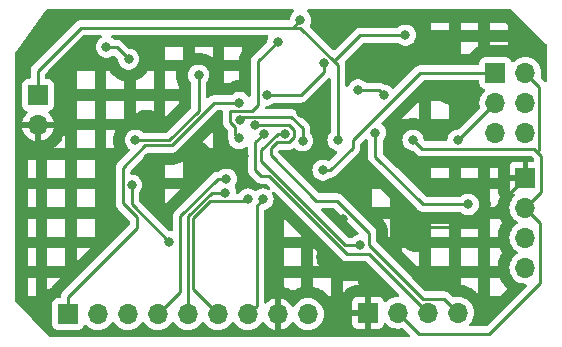
<source format=gbl>
%TF.GenerationSoftware,KiCad,Pcbnew,7.0.5-0*%
%TF.CreationDate,2023-07-14T22:27:31+02:00*%
%TF.ProjectId,MCU-Datalogger,4d43552d-4461-4746-916c-6f676765722e,V1.0*%
%TF.SameCoordinates,Original*%
%TF.FileFunction,Copper,L2,Bot*%
%TF.FilePolarity,Positive*%
%FSLAX46Y46*%
G04 Gerber Fmt 4.6, Leading zero omitted, Abs format (unit mm)*
G04 Created by KiCad (PCBNEW 7.0.5-0) date 2023-07-14 22:27:31*
%MOMM*%
%LPD*%
G01*
G04 APERTURE LIST*
%TA.AperFunction,ComponentPad*%
%ADD10R,1.700000X1.700000*%
%TD*%
%TA.AperFunction,ComponentPad*%
%ADD11O,1.700000X1.700000*%
%TD*%
%TA.AperFunction,ViaPad*%
%ADD12C,0.800000*%
%TD*%
%TA.AperFunction,Conductor*%
%ADD13C,0.250000*%
%TD*%
G04 APERTURE END LIST*
D10*
%TO.P,BT1,1,+*%
%TO.N,/Vcc*%
X132080000Y-85085000D03*
D11*
%TO.P,BT1,2,-*%
%TO.N,GND*%
X132080000Y-87625000D03*
%TD*%
%TO.P,J2,4,Pin_4*%
%TO.N,/TX*%
X167640000Y-103505000D03*
%TO.P,J2,3,Pin_3*%
%TO.N,/RX*%
X165100000Y-103505000D03*
%TO.P,J2,2,Pin_2*%
%TO.N,/Vcc*%
X162560000Y-103505000D03*
D10*
%TO.P,J2,1,Pin_1*%
%TO.N,GND*%
X160020000Y-103505000D03*
%TD*%
D11*
%TO.P,J1,4,Pin_4*%
%TO.N,/SCK*%
X173355000Y-99695000D03*
%TO.P,J1,3,Pin_3*%
%TO.N,/SDA*%
X173355000Y-97155000D03*
%TO.P,J1,2,Pin_2*%
%TO.N,/Vcc*%
X173355000Y-94615000D03*
D10*
%TO.P,J1,1,Pin_1*%
%TO.N,GND*%
X173355000Y-92075000D03*
%TD*%
%TO.P,J3,1,Pin_1*%
%TO.N,/D2*%
X134620000Y-103632000D03*
D11*
%TO.P,J3,2,Pin_2*%
%TO.N,/D3*%
X137160000Y-103632000D03*
%TO.P,J3,3,Pin_3*%
%TO.N,/D4*%
X139700000Y-103632000D03*
%TO.P,J3,4,Pin_4*%
%TO.N,/D5*%
X142240000Y-103632000D03*
%TO.P,J3,5,Pin_5*%
%TO.N,/D6*%
X144780000Y-103632000D03*
%TO.P,J3,6,Pin_6*%
%TO.N,/D7*%
X147320000Y-103632000D03*
%TO.P,J3,7,Pin_7*%
%TO.N,/D8*%
X149860000Y-103632000D03*
%TO.P,J3,8,Pin_8*%
%TO.N,GND*%
X152400000Y-103632000D03*
%TO.P,J3,9,Pin_9*%
%TO.N,/Vcc*%
X154940000Y-103632000D03*
%TD*%
D10*
%TO.P,J4,1,Pin_1*%
%TO.N,/MISO*%
X170810000Y-83200000D03*
D11*
%TO.P,J4,2,Pin_2*%
%TO.N,/Vcc*%
X173350000Y-83200000D03*
%TO.P,J4,3,Pin_3*%
%TO.N,/SCK*%
X170810000Y-85740000D03*
%TO.P,J4,4,Pin_4*%
%TO.N,/MOSI*%
X173350000Y-85740000D03*
%TO.P,J4,5,Pin_5*%
%TO.N,/RESET*%
X170810000Y-88280000D03*
%TO.P,J4,6,Pin_6*%
%TO.N,GND*%
X173350000Y-88280000D03*
%TD*%
D12*
%TO.N,GND*%
X160477200Y-100685600D03*
X141422901Y-90377499D03*
%TO.N,/Vcc*%
X140004800Y-92710000D03*
X143154400Y-97485200D03*
X139750800Y-82042000D03*
X137871200Y-81026000D03*
%TO.N,GND*%
X157886400Y-95554800D03*
X156972000Y-98806000D03*
X167081200Y-84582000D03*
X149539099Y-90255499D03*
X154330400Y-86563200D03*
X145599500Y-90373200D03*
%TO.N,/Vcc*%
X154305000Y-78740000D03*
%TO.N,/SCK*%
X167640000Y-88900000D03*
%TO.N,/Vcc*%
X163195000Y-80010000D03*
X149199600Y-87174500D03*
X154484500Y-88949341D03*
%TO.N,Net-(U4-PB7)*%
X152400000Y-80555500D03*
X149098000Y-88754500D03*
%TO.N,/RESET*%
X151440500Y-85090000D03*
X159190201Y-84649799D03*
X161379500Y-85090000D03*
X156281901Y-82376499D03*
%TO.N,/D8*%
X151130000Y-93890500D03*
%TO.N,/D7*%
X149860000Y-93890500D03*
%TO.N,/D6*%
X147955000Y-93345000D03*
%TO.N,/D5*%
X148031200Y-92202000D03*
%TO.N,/D2*%
X149135500Y-85725000D03*
%TO.N,/SCK*%
X140335000Y-88900000D03*
X145680555Y-83401900D03*
%TO.N,/MISO*%
X156210000Y-91440000D03*
%TO.N,/Vcc*%
X157480000Y-88900000D03*
%TO.N,/TX*%
X150495500Y-87629500D03*
%TO.N,/RX*%
X151217282Y-88354500D03*
%TO.N,Net-(U4-AREF)*%
X153035500Y-88354000D03*
X159385000Y-97790000D03*
%TO.N,GND*%
X164033200Y-97028000D03*
%TO.N,/SDA*%
X160655000Y-88265000D03*
X168503600Y-94335600D03*
%TO.N,/Vcc*%
X163830000Y-88900000D03*
%TO.N,GND*%
X166370000Y-81280000D03*
X162560000Y-81280000D03*
X158902400Y-79095600D03*
X141274800Y-87630000D03*
X139065000Y-95885000D03*
%TD*%
D13*
%TO.N,/SDA*%
X168503600Y-94335600D02*
X164693600Y-94335600D01*
X164693600Y-94335600D02*
X160655000Y-90297000D01*
X160655000Y-90297000D02*
X160655000Y-88265000D01*
%TO.N,GND*%
X164033200Y-97028000D02*
X164795200Y-96266000D01*
X164795200Y-96266000D02*
X169164000Y-96266000D01*
X169164000Y-96266000D02*
X173355000Y-92075000D01*
%TO.N,/RX*%
X158203604Y-98515000D02*
X160110000Y-98515000D01*
X151003000Y-91948000D02*
X151636604Y-91948000D01*
X150495000Y-89076782D02*
X150495000Y-91440000D01*
X160110000Y-98515000D02*
X165100000Y-103505000D01*
X151636604Y-91948000D02*
X158203604Y-98515000D01*
X150495000Y-91440000D02*
X151003000Y-91948000D01*
X151217282Y-88354500D02*
X150495000Y-89076782D01*
%TO.N,/TX*%
X164661600Y-102330000D02*
X166465000Y-102330000D01*
X160110000Y-97778400D02*
X164661600Y-102330000D01*
X152289291Y-89079000D02*
X151790400Y-89577891D01*
X160110000Y-96753095D02*
X160110000Y-97778400D01*
X155627196Y-94030800D02*
X157387705Y-94030800D01*
X151790400Y-90194004D02*
X155627196Y-94030800D01*
X166465000Y-102330000D02*
X167640000Y-103505000D01*
X157387705Y-94030800D02*
X160110000Y-96753095D01*
X153335805Y-89079000D02*
X152289291Y-89079000D01*
X151790400Y-89577891D02*
X151790400Y-90194004D01*
X150495500Y-87629500D02*
X153336305Y-87629500D01*
X153760500Y-88654305D02*
X153335805Y-89079000D01*
X153760500Y-88053695D02*
X153760500Y-88654305D01*
X153336305Y-87629500D02*
X153760500Y-88053695D01*
%TO.N,Net-(U4-AREF)*%
X150977600Y-90652600D02*
X158115000Y-97790000D01*
X158115000Y-97790000D02*
X159385000Y-97790000D01*
X150977600Y-89754295D02*
X150977600Y-90652600D01*
X152377895Y-88354000D02*
X150977600Y-89754295D01*
X153035500Y-88354000D02*
X152377895Y-88354000D01*
%TO.N,GND*%
X156972000Y-99669600D02*
X157988000Y-100685600D01*
X157988000Y-100685600D02*
X160477200Y-100685600D01*
X156972000Y-98806000D02*
X156972000Y-99669600D01*
%TO.N,Net-(U4-PB7)*%
X149098000Y-88754500D02*
X148793200Y-88449700D01*
X148793200Y-87793405D02*
X148377634Y-87377839D01*
X148793200Y-88449700D02*
X148793200Y-87793405D01*
X148377634Y-87377839D02*
X148377634Y-86450000D01*
X148377634Y-86450000D02*
X150227200Y-86450000D01*
X150227200Y-86450000D02*
X150715500Y-85961700D01*
X150715500Y-82240000D02*
X152400000Y-80555500D01*
X150715500Y-85961700D02*
X150715500Y-82240000D01*
%TO.N,GND*%
X145599500Y-90373200D02*
X141427200Y-90373200D01*
X141427200Y-90373200D02*
X141422901Y-90377499D01*
%TO.N,/D5*%
X144145000Y-95339500D02*
X144145000Y-101727000D01*
X148031200Y-92202000D02*
X147282500Y-92202000D01*
X147282500Y-92202000D02*
X144145000Y-95339500D01*
X144145000Y-101727000D02*
X142240000Y-103632000D01*
%TO.N,/Vcc*%
X132080000Y-85085000D02*
X132080000Y-83007200D01*
X153670000Y-79375000D02*
X154305000Y-79375000D01*
X154305000Y-79375000D02*
X157162500Y-82232500D01*
X149199600Y-87174500D02*
X149469100Y-86905000D01*
X149469100Y-86905000D02*
X153503800Y-86905000D01*
X153503800Y-86905000D02*
X154484500Y-87885700D01*
X154484500Y-87885700D02*
X154484500Y-88949341D01*
%TO.N,/RESET*%
X156281901Y-82376499D02*
X156281901Y-83138499D01*
X156281901Y-83138499D02*
X154330400Y-85090000D01*
X154330400Y-85090000D02*
X151440500Y-85090000D01*
%TO.N,/Vcc*%
X132080000Y-83007200D02*
X135712200Y-79375000D01*
X135712200Y-79375000D02*
X153670000Y-79375000D01*
%TO.N,/D2*%
X134620000Y-103632000D02*
X134620000Y-102209600D01*
X143391596Y-89350000D02*
X147016596Y-85725000D01*
X140462000Y-96367600D02*
X140462000Y-95429196D01*
X139279800Y-94246996D02*
X139279800Y-91250600D01*
X134620000Y-102209600D02*
X140462000Y-96367600D01*
X141180400Y-89350000D02*
X143391596Y-89350000D01*
X140462000Y-95429196D02*
X139279800Y-94246996D01*
X139279800Y-91250600D02*
X141180400Y-89350000D01*
X147016596Y-85725000D02*
X149135500Y-85725000D01*
%TO.N,/Vcc*%
X140004800Y-92710000D02*
X140004800Y-94335600D01*
X140004800Y-94335600D02*
X143154400Y-97485200D01*
X137871200Y-81026000D02*
X138734800Y-81026000D01*
X138734800Y-81026000D02*
X139750800Y-82042000D01*
X174701200Y-90220800D02*
X174345600Y-89865200D01*
X174345600Y-89865200D02*
X174105400Y-89625000D01*
X173350000Y-83200000D02*
X174525000Y-84375000D01*
X174525000Y-84375000D02*
X174525000Y-89685800D01*
X174525000Y-89685800D02*
X174345600Y-89865200D01*
X173355000Y-94615000D02*
X174701200Y-93268800D01*
X174701200Y-93268800D02*
X174701200Y-90220800D01*
X174105400Y-89625000D02*
X164555000Y-89625000D01*
X164555000Y-89625000D02*
X163830000Y-88900000D01*
%TO.N,/SCK*%
X145680555Y-83401900D02*
X145680555Y-86424645D01*
X145680555Y-86424645D02*
X143205200Y-88900000D01*
X143205200Y-88900000D02*
X140335000Y-88900000D01*
%TO.N,/Vcc*%
X162560000Y-103505000D02*
X164338000Y-105283000D01*
X164338000Y-105283000D02*
X170307000Y-105283000D01*
X170307000Y-105283000D02*
X174625000Y-100965000D01*
X174625000Y-100965000D02*
X174625000Y-95885000D01*
X174625000Y-95885000D02*
X173355000Y-94615000D01*
X154305000Y-78740000D02*
X153670000Y-79375000D01*
%TO.N,/SCK*%
X167640000Y-88900000D02*
X167650000Y-88900000D01*
X167650000Y-88900000D02*
X170810000Y-85740000D01*
%TO.N,/Vcc*%
X159385000Y-80010000D02*
X157162500Y-82232500D01*
X157162500Y-82232500D02*
X157480000Y-82550000D01*
X163195000Y-80010000D02*
X159385000Y-80010000D01*
%TO.N,/RESET*%
X160939299Y-84649799D02*
X159190201Y-84649799D01*
X161379500Y-85090000D02*
X160939299Y-84649799D01*
%TO.N,/Vcc*%
X157480000Y-82550000D02*
X157480000Y-88900000D01*
%TO.N,/D8*%
X150585000Y-94435500D02*
X151130000Y-93890500D01*
X150585000Y-102907000D02*
X150585000Y-94435500D01*
X149860000Y-103632000D02*
X150585000Y-102907000D01*
%TO.N,/D7*%
X149680500Y-94070000D02*
X146687292Y-94070000D01*
X146687292Y-94070000D02*
X145230000Y-95527292D01*
X145230000Y-95527292D02*
X145230000Y-101542000D01*
X149860000Y-93890500D02*
X149680500Y-94070000D01*
X145230000Y-101542000D02*
X147320000Y-103632000D01*
%TO.N,/D6*%
X146775896Y-93345000D02*
X144780000Y-95340896D01*
X147955000Y-93345000D02*
X146775896Y-93345000D01*
X144780000Y-95340896D02*
X144780000Y-103632000D01*
%TO.N,/MISO*%
X158750000Y-88900000D02*
X158750000Y-89535000D01*
X158750000Y-89535000D02*
X156845000Y-91440000D01*
X156845000Y-91440000D02*
X156210000Y-91440000D01*
X164450000Y-83200000D02*
X158750000Y-88900000D01*
X170810000Y-83200000D02*
X164450000Y-83200000D01*
%TD*%
%TA.AperFunction,Conductor*%
%TO.N,GND*%
G36*
X153716948Y-77845285D02*
G01*
X153762703Y-77898089D01*
X153772647Y-77967247D01*
X153743622Y-78030803D01*
X153722795Y-78049918D01*
X153699127Y-78067113D01*
X153572466Y-78207785D01*
X153477821Y-78371715D01*
X153477818Y-78371722D01*
X153419327Y-78551740D01*
X153419326Y-78551744D01*
X153417485Y-78569263D01*
X153410212Y-78638462D01*
X153383627Y-78703077D01*
X153326330Y-78743061D01*
X153286891Y-78749500D01*
X135794943Y-78749500D01*
X135779322Y-78747775D01*
X135779295Y-78748061D01*
X135771533Y-78747326D01*
X135703340Y-78749469D01*
X135701393Y-78749500D01*
X135672849Y-78749500D01*
X135665978Y-78750367D01*
X135660159Y-78750825D01*
X135613574Y-78752289D01*
X135613568Y-78752290D01*
X135594326Y-78757880D01*
X135575287Y-78761823D01*
X135555417Y-78764334D01*
X135555400Y-78764338D01*
X135512082Y-78781488D01*
X135506558Y-78783379D01*
X135461807Y-78796383D01*
X135461804Y-78796384D01*
X135444558Y-78806583D01*
X135427093Y-78815139D01*
X135421210Y-78817468D01*
X135408466Y-78822514D01*
X135370772Y-78849899D01*
X135365891Y-78853105D01*
X135325780Y-78876828D01*
X135311608Y-78891000D01*
X135296823Y-78903628D01*
X135280612Y-78915407D01*
X135250909Y-78951310D01*
X135246977Y-78955631D01*
X131696208Y-82506399D01*
X131683951Y-82516220D01*
X131684134Y-82516441D01*
X131678122Y-82521414D01*
X131631432Y-82571132D01*
X131630079Y-82572529D01*
X131609889Y-82592719D01*
X131609877Y-82592732D01*
X131605621Y-82598217D01*
X131601837Y-82602647D01*
X131569937Y-82636618D01*
X131569936Y-82636620D01*
X131560284Y-82654176D01*
X131549610Y-82670426D01*
X131537329Y-82686261D01*
X131537324Y-82686268D01*
X131518815Y-82729038D01*
X131516245Y-82734284D01*
X131493803Y-82775106D01*
X131488822Y-82794507D01*
X131482521Y-82812910D01*
X131474562Y-82831302D01*
X131474561Y-82831305D01*
X131467271Y-82877327D01*
X131466087Y-82883046D01*
X131454501Y-82928172D01*
X131454500Y-82928182D01*
X131454500Y-82948216D01*
X131452973Y-82967615D01*
X131449840Y-82987394D01*
X131449840Y-82987395D01*
X131454225Y-83033783D01*
X131454500Y-83039621D01*
X131454500Y-83610500D01*
X131434815Y-83677539D01*
X131382011Y-83723294D01*
X131330501Y-83734500D01*
X131182130Y-83734500D01*
X131182123Y-83734501D01*
X131122516Y-83740908D01*
X130987671Y-83791202D01*
X130987664Y-83791206D01*
X130872455Y-83877452D01*
X130872452Y-83877455D01*
X130786206Y-83992664D01*
X130786202Y-83992671D01*
X130735908Y-84127517D01*
X130729501Y-84187116D01*
X130729501Y-84187123D01*
X130729500Y-84187135D01*
X130729500Y-85982870D01*
X130729501Y-85982876D01*
X130735908Y-86042483D01*
X130786202Y-86177328D01*
X130786206Y-86177335D01*
X130872452Y-86292544D01*
X130872455Y-86292547D01*
X130987664Y-86378793D01*
X130987671Y-86378797D01*
X131030948Y-86394938D01*
X131119598Y-86428002D01*
X131175531Y-86469873D01*
X131199949Y-86535337D01*
X131185098Y-86603610D01*
X131163947Y-86631865D01*
X131041886Y-86753926D01*
X130906400Y-86947420D01*
X130906399Y-86947422D01*
X130806570Y-87161507D01*
X130806567Y-87161513D01*
X130749364Y-87374999D01*
X130749364Y-87375000D01*
X131646314Y-87375000D01*
X131620507Y-87415156D01*
X131580000Y-87553111D01*
X131580000Y-87696889D01*
X131620507Y-87834844D01*
X131646314Y-87875000D01*
X130749364Y-87875000D01*
X130806567Y-88088486D01*
X130806570Y-88088492D01*
X130906399Y-88302578D01*
X131041894Y-88496082D01*
X131208917Y-88663105D01*
X131402421Y-88798600D01*
X131616507Y-88898429D01*
X131616516Y-88898433D01*
X131830000Y-88955634D01*
X131830000Y-88060501D01*
X131937685Y-88109680D01*
X132044237Y-88125000D01*
X132115763Y-88125000D01*
X132222315Y-88109680D01*
X132329999Y-88060501D01*
X132329999Y-88955633D01*
X132543483Y-88898433D01*
X132543492Y-88898429D01*
X132757578Y-88798600D01*
X132951082Y-88663105D01*
X133118105Y-88496082D01*
X133253600Y-88302578D01*
X133353429Y-88088492D01*
X133353432Y-88088486D01*
X133357421Y-88073600D01*
X135372259Y-88073600D01*
X135372259Y-89575600D01*
X136874259Y-89575600D01*
X136874259Y-88073600D01*
X137872259Y-88073600D01*
X137872259Y-89575600D01*
X138558315Y-89575600D01*
X138491591Y-89370247D01*
X138490669Y-89367133D01*
X138479659Y-89326043D01*
X138478901Y-89322885D01*
X138467359Y-89268574D01*
X138466768Y-89265384D01*
X138460119Y-89223395D01*
X138459695Y-89220177D01*
X138434106Y-88976709D01*
X138433851Y-88973473D01*
X138431625Y-88931006D01*
X138431540Y-88927760D01*
X138431540Y-88872240D01*
X138431625Y-88868994D01*
X138433851Y-88826527D01*
X138434106Y-88823291D01*
X138459695Y-88579823D01*
X138460119Y-88576605D01*
X138466768Y-88534616D01*
X138467359Y-88531426D01*
X138478901Y-88477115D01*
X138479659Y-88473957D01*
X138490669Y-88432867D01*
X138491591Y-88429753D01*
X138567249Y-88196903D01*
X138568333Y-88193841D01*
X138583583Y-88154119D01*
X138584826Y-88151119D01*
X138607411Y-88100398D01*
X138608808Y-88097469D01*
X138620971Y-88073600D01*
X137872259Y-88073600D01*
X136874259Y-88073600D01*
X135372259Y-88073600D01*
X133357421Y-88073600D01*
X133410636Y-87875000D01*
X132513686Y-87875000D01*
X132539493Y-87834844D01*
X132580000Y-87696889D01*
X132580000Y-87553111D01*
X132539493Y-87415156D01*
X132513686Y-87375000D01*
X133410636Y-87375000D01*
X133410635Y-87374999D01*
X133353432Y-87161513D01*
X133353429Y-87161507D01*
X133253600Y-86947422D01*
X133253599Y-86947420D01*
X133118113Y-86753926D01*
X133118108Y-86753920D01*
X132996053Y-86631865D01*
X132962568Y-86570542D01*
X132967552Y-86500850D01*
X133009424Y-86444917D01*
X133040400Y-86428002D01*
X133163159Y-86382217D01*
X133172326Y-86378798D01*
X133172326Y-86378797D01*
X133172331Y-86378796D01*
X133287546Y-86292546D01*
X133373796Y-86177331D01*
X133424091Y-86042483D01*
X133430500Y-85982873D01*
X133430500Y-85573600D01*
X135372259Y-85573600D01*
X135372259Y-87075600D01*
X136874259Y-87075600D01*
X136874259Y-85573600D01*
X137872259Y-85573600D01*
X137872259Y-87075600D01*
X139374259Y-87075600D01*
X139374259Y-85573600D01*
X140372259Y-85573600D01*
X140372259Y-86661186D01*
X140465002Y-86576640D01*
X140483262Y-86562850D01*
X140672344Y-86445775D01*
X140692828Y-86435575D01*
X140900204Y-86355237D01*
X140922213Y-86348975D01*
X141140819Y-86308111D01*
X141163604Y-86306000D01*
X141385996Y-86306000D01*
X141408781Y-86308111D01*
X141627387Y-86348975D01*
X141649396Y-86355237D01*
X141856772Y-86435575D01*
X141874259Y-86444283D01*
X141874259Y-85573600D01*
X142872259Y-85573600D01*
X142872259Y-86936965D01*
X144057055Y-85752169D01*
X144057055Y-85573600D01*
X142872259Y-85573600D01*
X141874259Y-85573600D01*
X140372259Y-85573600D01*
X139374259Y-85573600D01*
X137872259Y-85573600D01*
X136874259Y-85573600D01*
X135372259Y-85573600D01*
X133430500Y-85573600D01*
X133430499Y-84187128D01*
X133424091Y-84127517D01*
X133423295Y-84125384D01*
X133373797Y-83992671D01*
X133373793Y-83992664D01*
X133287547Y-83877455D01*
X133287544Y-83877452D01*
X133172335Y-83791206D01*
X133172328Y-83791202D01*
X133037482Y-83740908D01*
X133037483Y-83740908D01*
X132977883Y-83734501D01*
X132977881Y-83734500D01*
X132977873Y-83734500D01*
X132977865Y-83734500D01*
X132829500Y-83734500D01*
X132762461Y-83714815D01*
X132716706Y-83662011D01*
X132705500Y-83610500D01*
X132705500Y-83317652D01*
X132725185Y-83250613D01*
X132741819Y-83229971D01*
X132898190Y-83073600D01*
X135372259Y-83073600D01*
X135372259Y-84575600D01*
X136874259Y-84575600D01*
X136874259Y-83073600D01*
X137872259Y-83073600D01*
X137872259Y-84575600D01*
X139374259Y-84575600D01*
X140372259Y-84575600D01*
X141874259Y-84575600D01*
X141874259Y-83073600D01*
X142872259Y-83073600D01*
X142872259Y-84575600D01*
X144057055Y-84575600D01*
X144057055Y-84386914D01*
X143975207Y-84245150D01*
X143973659Y-84242298D01*
X143954363Y-84204431D01*
X143952966Y-84201502D01*
X143930381Y-84150781D01*
X143929138Y-84147781D01*
X143913888Y-84108059D01*
X143912804Y-84104997D01*
X143837146Y-83872147D01*
X143836224Y-83869033D01*
X143825214Y-83827943D01*
X143824456Y-83824785D01*
X143812914Y-83770474D01*
X143812323Y-83767284D01*
X143805674Y-83725295D01*
X143805250Y-83722077D01*
X143779661Y-83478609D01*
X143779406Y-83475373D01*
X143777180Y-83432906D01*
X143777095Y-83429660D01*
X143777095Y-83374140D01*
X143777180Y-83370894D01*
X143779406Y-83328427D01*
X143779661Y-83325191D01*
X143805250Y-83081723D01*
X143805674Y-83078505D01*
X143806451Y-83073600D01*
X142872259Y-83073600D01*
X141874259Y-83073600D01*
X141347405Y-83073600D01*
X141333745Y-83097261D01*
X141332048Y-83100029D01*
X141308880Y-83135704D01*
X141307040Y-83138381D01*
X141274403Y-83183299D01*
X141272427Y-83185874D01*
X141245670Y-83218915D01*
X141243563Y-83221382D01*
X141079752Y-83403313D01*
X141077517Y-83405667D01*
X141047445Y-83435739D01*
X141045090Y-83437975D01*
X141003829Y-83475125D01*
X141001362Y-83477232D01*
X140968317Y-83503993D01*
X140965740Y-83505970D01*
X140767673Y-83649873D01*
X140764996Y-83651713D01*
X140729316Y-83674882D01*
X140726548Y-83676578D01*
X140678464Y-83704338D01*
X140675610Y-83705887D01*
X140637738Y-83725182D01*
X140634810Y-83726579D01*
X140411167Y-83826153D01*
X140408167Y-83827396D01*
X140372259Y-83841180D01*
X140372259Y-84575600D01*
X139374259Y-84575600D01*
X139374259Y-83902876D01*
X139236353Y-83873565D01*
X139233196Y-83872807D01*
X139192128Y-83861803D01*
X139189017Y-83860882D01*
X139136209Y-83843725D01*
X139133146Y-83842641D01*
X139093433Y-83827396D01*
X139090433Y-83826153D01*
X138866790Y-83726579D01*
X138863862Y-83725182D01*
X138825990Y-83705887D01*
X138823136Y-83704338D01*
X138775052Y-83676578D01*
X138772284Y-83674882D01*
X138736604Y-83651713D01*
X138733927Y-83649873D01*
X138535860Y-83505970D01*
X138533283Y-83503993D01*
X138500238Y-83477232D01*
X138497771Y-83475125D01*
X138456510Y-83437975D01*
X138454155Y-83435739D01*
X138424083Y-83405667D01*
X138421848Y-83403313D01*
X138258037Y-83221382D01*
X138255930Y-83218915D01*
X138229173Y-83185874D01*
X138227197Y-83183299D01*
X138194560Y-83138381D01*
X138192720Y-83135704D01*
X138169552Y-83100029D01*
X138167855Y-83097261D01*
X138154195Y-83073600D01*
X137872259Y-83073600D01*
X136874259Y-83073600D01*
X135372259Y-83073600D01*
X132898190Y-83073600D01*
X135934971Y-80036819D01*
X135996294Y-80003334D01*
X136022652Y-80000500D01*
X137377175Y-80000500D01*
X137444214Y-80020185D01*
X137489969Y-80072989D01*
X137499913Y-80142147D01*
X137470888Y-80205703D01*
X137427613Y-80237778D01*
X137423076Y-80239797D01*
X137418467Y-80241850D01*
X137418465Y-80241851D01*
X137265329Y-80353111D01*
X137138666Y-80493785D01*
X137044021Y-80657715D01*
X137044018Y-80657722D01*
X136999691Y-80794148D01*
X136985526Y-80837744D01*
X136976484Y-80923777D01*
X136967406Y-81010153D01*
X136965740Y-81026000D01*
X136985526Y-81214256D01*
X136985527Y-81214259D01*
X137044018Y-81394277D01*
X137044021Y-81394284D01*
X137138667Y-81558216D01*
X137243521Y-81674668D01*
X137265329Y-81698888D01*
X137418465Y-81810148D01*
X137418470Y-81810151D01*
X137591392Y-81887142D01*
X137591397Y-81887144D01*
X137776554Y-81926500D01*
X137776555Y-81926500D01*
X137965844Y-81926500D01*
X137965846Y-81926500D01*
X138151003Y-81887144D01*
X138323930Y-81810151D01*
X138418051Y-81741768D01*
X138483856Y-81718289D01*
X138551910Y-81734114D01*
X138578615Y-81754405D01*
X138695431Y-81871222D01*
X138811838Y-81987629D01*
X138845323Y-82048952D01*
X138847478Y-82062348D01*
X138848582Y-82072850D01*
X138865126Y-82230256D01*
X138865127Y-82230259D01*
X138923618Y-82410277D01*
X138923621Y-82410284D01*
X139018267Y-82574216D01*
X139144928Y-82714887D01*
X139144929Y-82714888D01*
X139298065Y-82826148D01*
X139298070Y-82826151D01*
X139470992Y-82903142D01*
X139470997Y-82903144D01*
X139656154Y-82942500D01*
X139656155Y-82942500D01*
X139845444Y-82942500D01*
X139845446Y-82942500D01*
X140030603Y-82903144D01*
X140203530Y-82826151D01*
X140356671Y-82714888D01*
X140483333Y-82574216D01*
X140577979Y-82410284D01*
X140636474Y-82230256D01*
X140656260Y-82042000D01*
X140636474Y-81853744D01*
X140577979Y-81673716D01*
X140483333Y-81509784D01*
X140356671Y-81369112D01*
X140349711Y-81364055D01*
X140203534Y-81257851D01*
X140203529Y-81257848D01*
X140030607Y-81180857D01*
X140030602Y-81180855D01*
X139884800Y-81149865D01*
X139845446Y-81141500D01*
X139845445Y-81141500D01*
X139786252Y-81141500D01*
X139719213Y-81121815D01*
X139698571Y-81105181D01*
X139591890Y-80998500D01*
X142872259Y-80998500D01*
X142872259Y-82075600D01*
X144320077Y-82075600D01*
X144351603Y-82040587D01*
X144353838Y-82038233D01*
X144374259Y-82017812D01*
X144374259Y-80998500D01*
X145372259Y-80998500D01*
X145372259Y-81526516D01*
X145405563Y-81519438D01*
X145408755Y-81518847D01*
X145450739Y-81512197D01*
X145453954Y-81511774D01*
X145509170Y-81505967D01*
X145512409Y-81505712D01*
X145554893Y-81503485D01*
X145558139Y-81503400D01*
X145802971Y-81503400D01*
X145806217Y-81503485D01*
X145848701Y-81505712D01*
X145851940Y-81505967D01*
X145907156Y-81511774D01*
X145910371Y-81512197D01*
X145952355Y-81518847D01*
X145955547Y-81519438D01*
X146195002Y-81570335D01*
X146198159Y-81571093D01*
X146239227Y-81582097D01*
X146242338Y-81583018D01*
X146295146Y-81600175D01*
X146298209Y-81601259D01*
X146337922Y-81616504D01*
X146340922Y-81617747D01*
X146564565Y-81717321D01*
X146567493Y-81718718D01*
X146605365Y-81738013D01*
X146608219Y-81739562D01*
X146656303Y-81767322D01*
X146659071Y-81769018D01*
X146694751Y-81792187D01*
X146697428Y-81794027D01*
X146874259Y-81922501D01*
X146874259Y-80998500D01*
X147872259Y-80998500D01*
X147872259Y-82075600D01*
X149095153Y-82075600D01*
X149095326Y-82072850D01*
X149095692Y-82068974D01*
X149104041Y-82002870D01*
X149104651Y-81999022D01*
X149114211Y-81948893D01*
X149115061Y-81945092D01*
X149123962Y-81910412D01*
X149129566Y-81875048D01*
X149130296Y-81871222D01*
X149141429Y-81821421D01*
X149142398Y-81817647D01*
X149160988Y-81753668D01*
X149162190Y-81749966D01*
X149175591Y-81712741D01*
X149187799Y-81675170D01*
X149189118Y-81671507D01*
X149213645Y-81609557D01*
X149215191Y-81605983D01*
X149236920Y-81559803D01*
X149238689Y-81556330D01*
X149255929Y-81524968D01*
X149270153Y-81492105D01*
X149271812Y-81488580D01*
X149294985Y-81443104D01*
X149296862Y-81439690D01*
X149330773Y-81382355D01*
X149332858Y-81379069D01*
X149355059Y-81346398D01*
X149374259Y-81316147D01*
X149374259Y-80998500D01*
X147872259Y-80998500D01*
X146874259Y-80998500D01*
X145372259Y-80998500D01*
X144374259Y-80998500D01*
X142872259Y-80998500D01*
X139591890Y-80998500D01*
X139467859Y-80874469D01*
X139235603Y-80642212D01*
X139225780Y-80629950D01*
X139225559Y-80630134D01*
X139220586Y-80624122D01*
X139170866Y-80577432D01*
X139169466Y-80576075D01*
X139149276Y-80555884D01*
X139143786Y-80551625D01*
X139139361Y-80547847D01*
X139105382Y-80515938D01*
X139105380Y-80515936D01*
X139105377Y-80515935D01*
X139087829Y-80506288D01*
X139071563Y-80495604D01*
X139055733Y-80483325D01*
X139012968Y-80464818D01*
X139007722Y-80462248D01*
X138966893Y-80439803D01*
X138966892Y-80439802D01*
X138947493Y-80434822D01*
X138929081Y-80428518D01*
X138910698Y-80420562D01*
X138910692Y-80420560D01*
X138864674Y-80413272D01*
X138858952Y-80412087D01*
X138813821Y-80400500D01*
X138813819Y-80400500D01*
X138793784Y-80400500D01*
X138774386Y-80398973D01*
X138766962Y-80397797D01*
X138754605Y-80395840D01*
X138754604Y-80395840D01*
X138708216Y-80400225D01*
X138702378Y-80400500D01*
X138574948Y-80400500D01*
X138507909Y-80380815D01*
X138482800Y-80359474D01*
X138477073Y-80353114D01*
X138477069Y-80353110D01*
X138323934Y-80241851D01*
X138323932Y-80241850D01*
X138323930Y-80241849D01*
X138314787Y-80237778D01*
X138261551Y-80192528D01*
X138241231Y-80125678D01*
X138260277Y-80058455D01*
X138312644Y-80012200D01*
X138365225Y-80000500D01*
X151465848Y-80000500D01*
X151532887Y-80020185D01*
X151578642Y-80072989D01*
X151588586Y-80142147D01*
X151575095Y-80181122D01*
X151575462Y-80181286D01*
X151573563Y-80185550D01*
X151573234Y-80186499D01*
X151572911Y-80187058D01*
X151572819Y-80187219D01*
X151572818Y-80187222D01*
X151514327Y-80367240D01*
X151514326Y-80367244D01*
X151500835Y-80495604D01*
X151496679Y-80535149D01*
X151470094Y-80599763D01*
X151461039Y-80609868D01*
X150331708Y-81739199D01*
X150319451Y-81749020D01*
X150319634Y-81749241D01*
X150313622Y-81754214D01*
X150266932Y-81803932D01*
X150265579Y-81805329D01*
X150245389Y-81825519D01*
X150245377Y-81825532D01*
X150241121Y-81831017D01*
X150237337Y-81835447D01*
X150205437Y-81869418D01*
X150205436Y-81869420D01*
X150195784Y-81886976D01*
X150185110Y-81903226D01*
X150172829Y-81919061D01*
X150172824Y-81919068D01*
X150154315Y-81961838D01*
X150151745Y-81967084D01*
X150129303Y-82007906D01*
X150124322Y-82027307D01*
X150118021Y-82045710D01*
X150110062Y-82064102D01*
X150110061Y-82064105D01*
X150102771Y-82110127D01*
X150101587Y-82115846D01*
X150090001Y-82160972D01*
X150090000Y-82160982D01*
X150090000Y-82181016D01*
X150088473Y-82200415D01*
X150085340Y-82220194D01*
X150085340Y-82220195D01*
X150089725Y-82266583D01*
X150090000Y-82272421D01*
X150090000Y-85116662D01*
X150070315Y-85183701D01*
X150017511Y-85229456D01*
X149948353Y-85239400D01*
X149884797Y-85210375D01*
X149872764Y-85197267D01*
X149872381Y-85197613D01*
X149859855Y-85183701D01*
X149741371Y-85052112D01*
X149741370Y-85052111D01*
X149588234Y-84940851D01*
X149588229Y-84940848D01*
X149415307Y-84863857D01*
X149415302Y-84863855D01*
X149269500Y-84832865D01*
X149230146Y-84824500D01*
X149040854Y-84824500D01*
X149008397Y-84831398D01*
X148855697Y-84863855D01*
X148855692Y-84863857D01*
X148682770Y-84940848D01*
X148682765Y-84940851D01*
X148529630Y-85052110D01*
X148529626Y-85052114D01*
X148523900Y-85058474D01*
X148464413Y-85095121D01*
X148431752Y-85099500D01*
X147099334Y-85099500D01*
X147083717Y-85097776D01*
X147083690Y-85098062D01*
X147075928Y-85097327D01*
X147007768Y-85099469D01*
X147005821Y-85099500D01*
X146977246Y-85099500D01*
X146976525Y-85099590D01*
X146970353Y-85100369D01*
X146964541Y-85100826D01*
X146917969Y-85102290D01*
X146917968Y-85102290D01*
X146898725Y-85107881D01*
X146879675Y-85111825D01*
X146859807Y-85114334D01*
X146859805Y-85114335D01*
X146816480Y-85131488D01*
X146810953Y-85133380D01*
X146766206Y-85146381D01*
X146766205Y-85146382D01*
X146748963Y-85156579D01*
X146731495Y-85165137D01*
X146712865Y-85172513D01*
X146712863Y-85172514D01*
X146675172Y-85199898D01*
X146670290Y-85203105D01*
X146630175Y-85226830D01*
X146616004Y-85241000D01*
X146601219Y-85253628D01*
X146585008Y-85265407D01*
X146555305Y-85301309D01*
X146551373Y-85305630D01*
X146517736Y-85339268D01*
X146456415Y-85372753D01*
X146386723Y-85367769D01*
X146330789Y-85325899D01*
X146306371Y-85260435D01*
X146306055Y-85251587D01*
X146306055Y-84100587D01*
X146325740Y-84033548D01*
X146337905Y-84017615D01*
X146360366Y-83992669D01*
X146413088Y-83934116D01*
X146507734Y-83770184D01*
X146566229Y-83590156D01*
X146586015Y-83401900D01*
X146566229Y-83213644D01*
X146520726Y-83073600D01*
X147872259Y-83073600D01*
X147872259Y-84101500D01*
X148142536Y-84101500D01*
X148156984Y-84092118D01*
X148159752Y-84090422D01*
X148207836Y-84062662D01*
X148210690Y-84061113D01*
X148248562Y-84041818D01*
X148251490Y-84040421D01*
X148475133Y-83940847D01*
X148478133Y-83939604D01*
X148517846Y-83924359D01*
X148520909Y-83923275D01*
X148573717Y-83906118D01*
X148576828Y-83905197D01*
X148617896Y-83894193D01*
X148621053Y-83893435D01*
X148860508Y-83842538D01*
X148863700Y-83841947D01*
X148905684Y-83835297D01*
X148908899Y-83834874D01*
X148964115Y-83829067D01*
X148967354Y-83828812D01*
X149009838Y-83826585D01*
X149013084Y-83826500D01*
X149092000Y-83826500D01*
X149092000Y-83073600D01*
X147872259Y-83073600D01*
X146520726Y-83073600D01*
X146507734Y-83033616D01*
X146413088Y-82869684D01*
X146286426Y-82729012D01*
X146286425Y-82729011D01*
X146133289Y-82617751D01*
X146133284Y-82617748D01*
X145960362Y-82540757D01*
X145960357Y-82540755D01*
X145814556Y-82509765D01*
X145775201Y-82501400D01*
X145585909Y-82501400D01*
X145553452Y-82508298D01*
X145400752Y-82540755D01*
X145400747Y-82540757D01*
X145227825Y-82617748D01*
X145227820Y-82617751D01*
X145074684Y-82729011D01*
X144948021Y-82869685D01*
X144853376Y-83033615D01*
X144853373Y-83033622D01*
X144799314Y-83200000D01*
X144794881Y-83213644D01*
X144775095Y-83401900D01*
X144794881Y-83590156D01*
X144794882Y-83590159D01*
X144853373Y-83770177D01*
X144853376Y-83770184D01*
X144948022Y-83934116D01*
X144978022Y-83967434D01*
X145023205Y-84017615D01*
X145053435Y-84080606D01*
X145055055Y-84100587D01*
X145055055Y-86114191D01*
X145035370Y-86181230D01*
X145018736Y-86201872D01*
X142982428Y-88238181D01*
X142921105Y-88271666D01*
X142894747Y-88274500D01*
X141038748Y-88274500D01*
X140971709Y-88254815D01*
X140946600Y-88233474D01*
X140940873Y-88227114D01*
X140940869Y-88227110D01*
X140787734Y-88115851D01*
X140787729Y-88115848D01*
X140614807Y-88038857D01*
X140614802Y-88038855D01*
X140469000Y-88007865D01*
X140429646Y-87999500D01*
X140240354Y-87999500D01*
X140207897Y-88006398D01*
X140055197Y-88038855D01*
X140055192Y-88038857D01*
X139882270Y-88115848D01*
X139882265Y-88115851D01*
X139729129Y-88227111D01*
X139602466Y-88367785D01*
X139507821Y-88531715D01*
X139507818Y-88531722D01*
X139455311Y-88693323D01*
X139449326Y-88711744D01*
X139429540Y-88900000D01*
X139449326Y-89088256D01*
X139449327Y-89088259D01*
X139507818Y-89268277D01*
X139507821Y-89268284D01*
X139602467Y-89432216D01*
X139729129Y-89572888D01*
X139809783Y-89631486D01*
X139810793Y-89632220D01*
X139853458Y-89687550D01*
X139859437Y-89757163D01*
X139826831Y-89818958D01*
X139825588Y-89820219D01*
X138896008Y-90749799D01*
X138883751Y-90759620D01*
X138883934Y-90759841D01*
X138877922Y-90764814D01*
X138831232Y-90814532D01*
X138829879Y-90815929D01*
X138809689Y-90836119D01*
X138809677Y-90836132D01*
X138805421Y-90841617D01*
X138801637Y-90846047D01*
X138769737Y-90880018D01*
X138769736Y-90880020D01*
X138760084Y-90897576D01*
X138749410Y-90913826D01*
X138737129Y-90929661D01*
X138737124Y-90929668D01*
X138718615Y-90972438D01*
X138716045Y-90977684D01*
X138693603Y-91018506D01*
X138688622Y-91037907D01*
X138682321Y-91056310D01*
X138674362Y-91074702D01*
X138674361Y-91074705D01*
X138667071Y-91120727D01*
X138665887Y-91126446D01*
X138654301Y-91171572D01*
X138654300Y-91171582D01*
X138654300Y-91191616D01*
X138652773Y-91211015D01*
X138649640Y-91230794D01*
X138649640Y-91230795D01*
X138654025Y-91277183D01*
X138654300Y-91283021D01*
X138654300Y-94164251D01*
X138652575Y-94179868D01*
X138652861Y-94179895D01*
X138652126Y-94187662D01*
X138654269Y-94255842D01*
X138654300Y-94257789D01*
X138654300Y-94286339D01*
X138654301Y-94286356D01*
X138655168Y-94293227D01*
X138655626Y-94299046D01*
X138657090Y-94345620D01*
X138657091Y-94345623D01*
X138662680Y-94364863D01*
X138666624Y-94383907D01*
X138669136Y-94403788D01*
X138672510Y-94412309D01*
X138686290Y-94447115D01*
X138688182Y-94452643D01*
X138701181Y-94497384D01*
X138711380Y-94514630D01*
X138719938Y-94532099D01*
X138727314Y-94550728D01*
X138754698Y-94588419D01*
X138757906Y-94593303D01*
X138781627Y-94633412D01*
X138781633Y-94633420D01*
X138795790Y-94647576D01*
X138808427Y-94662371D01*
X138820206Y-94678583D01*
X138840655Y-94695500D01*
X138856109Y-94708284D01*
X138860420Y-94712206D01*
X139344956Y-95196742D01*
X139800181Y-95651967D01*
X139833666Y-95713290D01*
X139836500Y-95739648D01*
X139836500Y-96057146D01*
X139816815Y-96124185D01*
X139800181Y-96144827D01*
X134236208Y-101708799D01*
X134223951Y-101718620D01*
X134224134Y-101718841D01*
X134218122Y-101723814D01*
X134171432Y-101773532D01*
X134170079Y-101774929D01*
X134149889Y-101795119D01*
X134149877Y-101795132D01*
X134145621Y-101800617D01*
X134141837Y-101805047D01*
X134109937Y-101839018D01*
X134109936Y-101839020D01*
X134100284Y-101856576D01*
X134089610Y-101872826D01*
X134077329Y-101888661D01*
X134077324Y-101888668D01*
X134058815Y-101931438D01*
X134056245Y-101936684D01*
X134033803Y-101977506D01*
X134028822Y-101996907D01*
X134022521Y-102015310D01*
X134014562Y-102033702D01*
X134014561Y-102033705D01*
X134007271Y-102079727D01*
X134006087Y-102085446D01*
X133994501Y-102130572D01*
X133994500Y-102130582D01*
X133994500Y-102150616D01*
X133992971Y-102170026D01*
X133991880Y-102176910D01*
X133961945Y-102240042D01*
X133902630Y-102276967D01*
X133869410Y-102281500D01*
X133722130Y-102281500D01*
X133722123Y-102281501D01*
X133662516Y-102287908D01*
X133527671Y-102338202D01*
X133527664Y-102338206D01*
X133412455Y-102424452D01*
X133412452Y-102424455D01*
X133326206Y-102539664D01*
X133326202Y-102539671D01*
X133275908Y-102674517D01*
X133269501Y-102734116D01*
X133269500Y-102734135D01*
X133269500Y-104529870D01*
X133269501Y-104529876D01*
X133275908Y-104589483D01*
X133326202Y-104724328D01*
X133326206Y-104724335D01*
X133412452Y-104839544D01*
X133412455Y-104839547D01*
X133527664Y-104925793D01*
X133527671Y-104925797D01*
X133662517Y-104976091D01*
X133662516Y-104976091D01*
X133669444Y-104976835D01*
X133722127Y-104982500D01*
X135517872Y-104982499D01*
X135577483Y-104976091D01*
X135712331Y-104925796D01*
X135827546Y-104839546D01*
X135913796Y-104724331D01*
X135962810Y-104592916D01*
X136004681Y-104536984D01*
X136070145Y-104512566D01*
X136138418Y-104527417D01*
X136166673Y-104548569D01*
X136288599Y-104670495D01*
X136385384Y-104738264D01*
X136482165Y-104806032D01*
X136482167Y-104806033D01*
X136482170Y-104806035D01*
X136696337Y-104905903D01*
X136924592Y-104967063D01*
X137101034Y-104982500D01*
X137159999Y-104987659D01*
X137160000Y-104987659D01*
X137160001Y-104987659D01*
X137218966Y-104982500D01*
X137395408Y-104967063D01*
X137623663Y-104905903D01*
X137837830Y-104806035D01*
X138031401Y-104670495D01*
X138198495Y-104503401D01*
X138328424Y-104317842D01*
X138383002Y-104274217D01*
X138452500Y-104267023D01*
X138514855Y-104298546D01*
X138531575Y-104317842D01*
X138661500Y-104503395D01*
X138661505Y-104503401D01*
X138828599Y-104670495D01*
X138925384Y-104738264D01*
X139022165Y-104806032D01*
X139022167Y-104806033D01*
X139022170Y-104806035D01*
X139236337Y-104905903D01*
X139464592Y-104967063D01*
X139641034Y-104982500D01*
X139699999Y-104987659D01*
X139700000Y-104987659D01*
X139700001Y-104987659D01*
X139758966Y-104982500D01*
X139935408Y-104967063D01*
X140163663Y-104905903D01*
X140377830Y-104806035D01*
X140571401Y-104670495D01*
X140738495Y-104503401D01*
X140868424Y-104317842D01*
X140923002Y-104274217D01*
X140992500Y-104267023D01*
X141054855Y-104298546D01*
X141071575Y-104317842D01*
X141201500Y-104503395D01*
X141201505Y-104503401D01*
X141368599Y-104670495D01*
X141465384Y-104738264D01*
X141562165Y-104806032D01*
X141562167Y-104806033D01*
X141562170Y-104806035D01*
X141776337Y-104905903D01*
X142004592Y-104967063D01*
X142181034Y-104982500D01*
X142239999Y-104987659D01*
X142240000Y-104987659D01*
X142240001Y-104987659D01*
X142298966Y-104982500D01*
X142475408Y-104967063D01*
X142703663Y-104905903D01*
X142917830Y-104806035D01*
X143111401Y-104670495D01*
X143278495Y-104503401D01*
X143408424Y-104317842D01*
X143463002Y-104274217D01*
X143532500Y-104267023D01*
X143594855Y-104298546D01*
X143611575Y-104317842D01*
X143741500Y-104503395D01*
X143741505Y-104503401D01*
X143908599Y-104670495D01*
X144005384Y-104738265D01*
X144102165Y-104806032D01*
X144102167Y-104806033D01*
X144102170Y-104806035D01*
X144316337Y-104905903D01*
X144544592Y-104967063D01*
X144721034Y-104982500D01*
X144779999Y-104987659D01*
X144780000Y-104987659D01*
X144780001Y-104987659D01*
X144838966Y-104982500D01*
X145015408Y-104967063D01*
X145243663Y-104905903D01*
X145457830Y-104806035D01*
X145651401Y-104670495D01*
X145818495Y-104503401D01*
X145948424Y-104317842D01*
X146003002Y-104274217D01*
X146072500Y-104267023D01*
X146134855Y-104298546D01*
X146151575Y-104317842D01*
X146281500Y-104503395D01*
X146281505Y-104503401D01*
X146448599Y-104670495D01*
X146545384Y-104738265D01*
X146642165Y-104806032D01*
X146642167Y-104806033D01*
X146642170Y-104806035D01*
X146856337Y-104905903D01*
X147084592Y-104967063D01*
X147261034Y-104982500D01*
X147319999Y-104987659D01*
X147320000Y-104987659D01*
X147320001Y-104987659D01*
X147378966Y-104982500D01*
X147555408Y-104967063D01*
X147783663Y-104905903D01*
X147997830Y-104806035D01*
X148191401Y-104670495D01*
X148358495Y-104503401D01*
X148488424Y-104317842D01*
X148543002Y-104274217D01*
X148612500Y-104267023D01*
X148674855Y-104298546D01*
X148691575Y-104317842D01*
X148821500Y-104503395D01*
X148821505Y-104503401D01*
X148988599Y-104670495D01*
X149085384Y-104738265D01*
X149182165Y-104806032D01*
X149182167Y-104806033D01*
X149182170Y-104806035D01*
X149396337Y-104905903D01*
X149624592Y-104967063D01*
X149801034Y-104982500D01*
X149859999Y-104987659D01*
X149860000Y-104987659D01*
X149860001Y-104987659D01*
X149918966Y-104982500D01*
X150095408Y-104967063D01*
X150323663Y-104905903D01*
X150537830Y-104806035D01*
X150731401Y-104670495D01*
X150898495Y-104503401D01*
X151028730Y-104317405D01*
X151083307Y-104273781D01*
X151152805Y-104266587D01*
X151215160Y-104298110D01*
X151231879Y-104317405D01*
X151361890Y-104503078D01*
X151528917Y-104670105D01*
X151722421Y-104805600D01*
X151936507Y-104905429D01*
X151936516Y-104905433D01*
X152150000Y-104962634D01*
X152150000Y-104067501D01*
X152257685Y-104116680D01*
X152364237Y-104132000D01*
X152435763Y-104132000D01*
X152542315Y-104116680D01*
X152650000Y-104067501D01*
X152650000Y-104962633D01*
X152863483Y-104905433D01*
X152863492Y-104905429D01*
X153077578Y-104805600D01*
X153271082Y-104670105D01*
X153438105Y-104503082D01*
X153568119Y-104317405D01*
X153622696Y-104273781D01*
X153692195Y-104266588D01*
X153754549Y-104298110D01*
X153771269Y-104317405D01*
X153901505Y-104503401D01*
X154068599Y-104670495D01*
X154165384Y-104738265D01*
X154262165Y-104806032D01*
X154262167Y-104806033D01*
X154262170Y-104806035D01*
X154476337Y-104905903D01*
X154704592Y-104967063D01*
X154881034Y-104982500D01*
X154939999Y-104987659D01*
X154940000Y-104987659D01*
X154940001Y-104987659D01*
X154998966Y-104982500D01*
X155175408Y-104967063D01*
X155403663Y-104905903D01*
X155617830Y-104806035D01*
X155811401Y-104670495D01*
X155978495Y-104503401D01*
X156114035Y-104309830D01*
X156213903Y-104095663D01*
X156275063Y-103867408D01*
X156295659Y-103632000D01*
X156275063Y-103396592D01*
X156213903Y-103168337D01*
X156114035Y-102954171D01*
X156108731Y-102946595D01*
X155978494Y-102760597D01*
X155811402Y-102593506D01*
X155811395Y-102593501D01*
X155804708Y-102588819D01*
X155772521Y-102566281D01*
X155617834Y-102457967D01*
X155617830Y-102457965D01*
X155572866Y-102436998D01*
X155403663Y-102358097D01*
X155403659Y-102358096D01*
X155403655Y-102358094D01*
X155175413Y-102296938D01*
X155175403Y-102296936D01*
X154940001Y-102276341D01*
X154939999Y-102276341D01*
X154704596Y-102296936D01*
X154704586Y-102296938D01*
X154476344Y-102358094D01*
X154476335Y-102358098D01*
X154262171Y-102457964D01*
X154262169Y-102457965D01*
X154068597Y-102593505D01*
X153901508Y-102760594D01*
X153771269Y-102946595D01*
X153716692Y-102990219D01*
X153647193Y-102997412D01*
X153584839Y-102965890D01*
X153568119Y-102946594D01*
X153438113Y-102760926D01*
X153438108Y-102760920D01*
X153271082Y-102593894D01*
X153077578Y-102458399D01*
X152863492Y-102358570D01*
X152863486Y-102358567D01*
X152650000Y-102301364D01*
X152650000Y-103196498D01*
X152542315Y-103147320D01*
X152435763Y-103132000D01*
X152364237Y-103132000D01*
X152257685Y-103147320D01*
X152150000Y-103196498D01*
X152150000Y-102301364D01*
X152149999Y-102301364D01*
X151936513Y-102358567D01*
X151936507Y-102358570D01*
X151722422Y-102458399D01*
X151722420Y-102458400D01*
X151528926Y-102593886D01*
X151528920Y-102593891D01*
X151422181Y-102700631D01*
X151360858Y-102734116D01*
X151291166Y-102729132D01*
X151235233Y-102687260D01*
X151210816Y-102621796D01*
X151210500Y-102612950D01*
X151210500Y-100573600D01*
X152872259Y-100573600D01*
X152872259Y-101327711D01*
X153144147Y-101400565D01*
X153146747Y-101401322D01*
X153180561Y-101411985D01*
X153183124Y-101412855D01*
X153226596Y-101428681D01*
X153229116Y-101429660D01*
X153261834Y-101443213D01*
X153264309Y-101444302D01*
X153520311Y-101563678D01*
X153522737Y-101564875D01*
X153554157Y-101581231D01*
X153556529Y-101582531D01*
X153596595Y-101605663D01*
X153598907Y-101607066D01*
X153628805Y-101626112D01*
X153631057Y-101627616D01*
X153669564Y-101654579D01*
X153708690Y-101627184D01*
X153710939Y-101625680D01*
X153740819Y-101606645D01*
X153743131Y-101605243D01*
X153783194Y-101582112D01*
X153785565Y-101580810D01*
X153817001Y-101564445D01*
X153819428Y-101563248D01*
X154075518Y-101443830D01*
X154077994Y-101442741D01*
X154110713Y-101429188D01*
X154113231Y-101428209D01*
X154156704Y-101412383D01*
X154159269Y-101411512D01*
X154193086Y-101400849D01*
X154195685Y-101400091D01*
X154374259Y-101352243D01*
X154374259Y-100573600D01*
X155372259Y-100573600D01*
X155372259Y-101318269D01*
X155374133Y-101318641D01*
X155408732Y-101326312D01*
X155411359Y-101326955D01*
X155684315Y-101400091D01*
X155686914Y-101400849D01*
X155720731Y-101411512D01*
X155723296Y-101412383D01*
X155766769Y-101428209D01*
X155769287Y-101429188D01*
X155802006Y-101442741D01*
X155804482Y-101443830D01*
X156060563Y-101563243D01*
X156062988Y-101564440D01*
X156094408Y-101580795D01*
X156096778Y-101582096D01*
X156136845Y-101605226D01*
X156139160Y-101606631D01*
X156169057Y-101625677D01*
X156171306Y-101627180D01*
X156402786Y-101789264D01*
X156404969Y-101790865D01*
X156433096Y-101812448D01*
X156435206Y-101814142D01*
X156470646Y-101843882D01*
X156472680Y-101845666D01*
X156498790Y-101869593D01*
X156500742Y-101871462D01*
X156700546Y-102071265D01*
X156702417Y-102073219D01*
X156704599Y-102075600D01*
X156874259Y-102075600D01*
X156874259Y-100573600D01*
X157872259Y-100573600D01*
X157872259Y-101895819D01*
X157902493Y-101848776D01*
X157905018Y-101845139D01*
X158036569Y-101669412D01*
X158039346Y-101665965D01*
X158077325Y-101622135D01*
X158080342Y-101618894D01*
X158133894Y-101565342D01*
X158137135Y-101562325D01*
X158180965Y-101524346D01*
X158184412Y-101521569D01*
X158360139Y-101390018D01*
X158363776Y-101387493D01*
X158412567Y-101356136D01*
X158416375Y-101353876D01*
X158482851Y-101317577D01*
X158486809Y-101315596D01*
X158539573Y-101291499D01*
X158543664Y-101289804D01*
X158744911Y-101214744D01*
X158748582Y-101213504D01*
X158797159Y-101198769D01*
X158800902Y-101197761D01*
X158865383Y-101182527D01*
X158869176Y-101181755D01*
X158919170Y-101173196D01*
X158923006Y-101172662D01*
X159029610Y-101161200D01*
X159031266Y-101161044D01*
X159052972Y-101159298D01*
X159054629Y-101159187D01*
X159082973Y-101157669D01*
X159084631Y-101157602D01*
X159106337Y-101157022D01*
X159107994Y-101157000D01*
X159234994Y-101157000D01*
X159234173Y-101154881D01*
X159173313Y-100940978D01*
X159169108Y-100918485D01*
X159148588Y-100697041D01*
X159148588Y-100674159D01*
X159157906Y-100573600D01*
X157872259Y-100573600D01*
X156874259Y-100573600D01*
X155372259Y-100573600D01*
X154374259Y-100573600D01*
X152872259Y-100573600D01*
X151210500Y-100573600D01*
X151210500Y-98073600D01*
X152872259Y-98073600D01*
X152872259Y-99575600D01*
X154374259Y-99575600D01*
X154374259Y-98073600D01*
X155372259Y-98073600D01*
X155372259Y-99575600D01*
X155894062Y-99575600D01*
X155848414Y-99515152D01*
X155836368Y-99495697D01*
X155737239Y-99296619D01*
X155728973Y-99275281D01*
X155668113Y-99061378D01*
X155663908Y-99038885D01*
X155643388Y-98817441D01*
X155643388Y-98794559D01*
X155663908Y-98573115D01*
X155668113Y-98550622D01*
X155728973Y-98336719D01*
X155729077Y-98336448D01*
X155466229Y-98073600D01*
X155372259Y-98073600D01*
X154374259Y-98073600D01*
X152872259Y-98073600D01*
X151210500Y-98073600D01*
X151210500Y-95573600D01*
X152872259Y-95573600D01*
X152872259Y-97075600D01*
X154374259Y-97075600D01*
X154374259Y-96981629D01*
X152966229Y-95573600D01*
X152872259Y-95573600D01*
X151210500Y-95573600D01*
X151210500Y-94894419D01*
X151230185Y-94827380D01*
X151282989Y-94781625D01*
X151308705Y-94773132D01*
X151409803Y-94751644D01*
X151409807Y-94751642D01*
X151409808Y-94751642D01*
X151517088Y-94703877D01*
X151582730Y-94674651D01*
X151735871Y-94563388D01*
X151862533Y-94422716D01*
X151957179Y-94258784D01*
X152015674Y-94078756D01*
X152035460Y-93890500D01*
X152015674Y-93702244D01*
X151957179Y-93522216D01*
X151923979Y-93464713D01*
X151907508Y-93396818D01*
X151930360Y-93330791D01*
X151985281Y-93287600D01*
X152054834Y-93280958D01*
X152116937Y-93312973D01*
X152119049Y-93315036D01*
X157702801Y-98898788D01*
X157712626Y-98911051D01*
X157712847Y-98910869D01*
X157717815Y-98916874D01*
X157767536Y-98963566D01*
X157768936Y-98964923D01*
X157789127Y-98985115D01*
X157789131Y-98985118D01*
X157789133Y-98985120D01*
X157794615Y-98989373D01*
X157799047Y-98993157D01*
X157833022Y-99025062D01*
X157850580Y-99034714D01*
X157866839Y-99045395D01*
X157882668Y-99057673D01*
X157925442Y-99076182D01*
X157930660Y-99078738D01*
X157971512Y-99101197D01*
X157990920Y-99106180D01*
X158009321Y-99112480D01*
X158027708Y-99120437D01*
X158071092Y-99127308D01*
X158073723Y-99127725D01*
X158079443Y-99128909D01*
X158124585Y-99140500D01*
X158144620Y-99140500D01*
X158164018Y-99142026D01*
X158183798Y-99145159D01*
X158183799Y-99145160D01*
X158183799Y-99145159D01*
X158183800Y-99145160D01*
X158230187Y-99140775D01*
X158236026Y-99140500D01*
X159799548Y-99140500D01*
X159866587Y-99160185D01*
X159887229Y-99176819D01*
X162648070Y-101937660D01*
X162681555Y-101998983D01*
X162676571Y-102068675D01*
X162634699Y-102124608D01*
X162569235Y-102149025D01*
X162560389Y-102149341D01*
X162559999Y-102149341D01*
X162324596Y-102169936D01*
X162324586Y-102169938D01*
X162096344Y-102231094D01*
X162096335Y-102231098D01*
X161882171Y-102330964D01*
X161882169Y-102330965D01*
X161688600Y-102466503D01*
X161566284Y-102588819D01*
X161504961Y-102622303D01*
X161435269Y-102617319D01*
X161379336Y-102575447D01*
X161362421Y-102544470D01*
X161313354Y-102412913D01*
X161313350Y-102412906D01*
X161227190Y-102297812D01*
X161227187Y-102297809D01*
X161112093Y-102211649D01*
X161112086Y-102211645D01*
X160977379Y-102161403D01*
X160977372Y-102161401D01*
X160917844Y-102155000D01*
X160270000Y-102155000D01*
X160270000Y-103069498D01*
X160162315Y-103020320D01*
X160055763Y-103005000D01*
X159984237Y-103005000D01*
X159877685Y-103020320D01*
X159770000Y-103069498D01*
X159770000Y-102155000D01*
X159122155Y-102155000D01*
X159062627Y-102161401D01*
X159062620Y-102161403D01*
X158927913Y-102211645D01*
X158927906Y-102211649D01*
X158812812Y-102297809D01*
X158812809Y-102297812D01*
X158726649Y-102412906D01*
X158726645Y-102412913D01*
X158676403Y-102547620D01*
X158676401Y-102547627D01*
X158670000Y-102607155D01*
X158670000Y-103255000D01*
X159586314Y-103255000D01*
X159560507Y-103295156D01*
X159520000Y-103433111D01*
X159520000Y-103576889D01*
X159560507Y-103714844D01*
X159586314Y-103755000D01*
X158670000Y-103755000D01*
X158670000Y-104402844D01*
X158676401Y-104462372D01*
X158676403Y-104462379D01*
X158726645Y-104597086D01*
X158726649Y-104597093D01*
X158812809Y-104712187D01*
X158812812Y-104712190D01*
X158927906Y-104798350D01*
X158927913Y-104798354D01*
X159062620Y-104848596D01*
X159062627Y-104848598D01*
X159122155Y-104854999D01*
X159122172Y-104855000D01*
X159770000Y-104855000D01*
X159770000Y-103940501D01*
X159877685Y-103989680D01*
X159984237Y-104005000D01*
X160055763Y-104005000D01*
X160162315Y-103989680D01*
X160270000Y-103940501D01*
X160270000Y-104855000D01*
X160917828Y-104855000D01*
X160917844Y-104854999D01*
X160977372Y-104848598D01*
X160977379Y-104848596D01*
X161112086Y-104798354D01*
X161112093Y-104798350D01*
X161227187Y-104712190D01*
X161227190Y-104712187D01*
X161313350Y-104597093D01*
X161313354Y-104597086D01*
X161362422Y-104465529D01*
X161404293Y-104409595D01*
X161469757Y-104385178D01*
X161538030Y-104400030D01*
X161566285Y-104421181D01*
X161688599Y-104543495D01*
X161736212Y-104576834D01*
X161882165Y-104679032D01*
X161882167Y-104679033D01*
X161882170Y-104679035D01*
X162096337Y-104778903D01*
X162324592Y-104840063D01*
X162495319Y-104855000D01*
X162559999Y-104860659D01*
X162560000Y-104860659D01*
X162560001Y-104860659D01*
X162624681Y-104855000D01*
X162795408Y-104840063D01*
X162895873Y-104813143D01*
X162965722Y-104814806D01*
X163015647Y-104845237D01*
X163546529Y-105376119D01*
X163580014Y-105437442D01*
X163575030Y-105507134D01*
X163533158Y-105563067D01*
X163467694Y-105587484D01*
X163458848Y-105587800D01*
X133099020Y-105587800D01*
X133031981Y-105568115D01*
X133008443Y-105548486D01*
X130157682Y-102499411D01*
X130126276Y-102436998D01*
X130124259Y-102414575D01*
X130124328Y-102358098D01*
X130124737Y-102020570D01*
X131248736Y-102020570D01*
X131300187Y-102075600D01*
X131874259Y-102075600D01*
X131874259Y-100573600D01*
X132872259Y-100573600D01*
X132872259Y-101582181D01*
X132959897Y-101516575D01*
X132963534Y-101514050D01*
X133012325Y-101482693D01*
X133016133Y-101480433D01*
X133082609Y-101444134D01*
X133086568Y-101442153D01*
X133139332Y-101418055D01*
X133143423Y-101416361D01*
X133212395Y-101390635D01*
X133235273Y-101351955D01*
X133237358Y-101348669D01*
X133259559Y-101315999D01*
X133280777Y-101282567D01*
X133282967Y-101279346D01*
X133322125Y-101225451D01*
X133324512Y-101222374D01*
X133357028Y-101183069D01*
X133359601Y-101180150D01*
X133392141Y-101145494D01*
X133412252Y-101122681D01*
X133413561Y-101121242D01*
X133431035Y-101102632D01*
X133432391Y-101101232D01*
X133453993Y-101079628D01*
X133513428Y-101016341D01*
X133516181Y-101013588D01*
X133553362Y-100978672D01*
X133556281Y-100976099D01*
X133563480Y-100970141D01*
X133960022Y-100573600D01*
X132872259Y-100573600D01*
X131874259Y-100573600D01*
X131250488Y-100573600D01*
X131248736Y-102020570D01*
X130124737Y-102020570D01*
X130127697Y-99575600D01*
X131251696Y-99575600D01*
X131874259Y-99575600D01*
X131874259Y-98073600D01*
X132872259Y-98073600D01*
X132872259Y-99575600D01*
X134374259Y-99575600D01*
X134374259Y-98073600D01*
X135372259Y-98073600D01*
X135372259Y-99161363D01*
X136460022Y-98073600D01*
X135372259Y-98073600D01*
X134374259Y-98073600D01*
X132872259Y-98073600D01*
X131874259Y-98073600D01*
X131253515Y-98073600D01*
X131251696Y-99575600D01*
X130127697Y-99575600D01*
X130130724Y-97075600D01*
X131254723Y-97075600D01*
X131874259Y-97075600D01*
X131874259Y-95573600D01*
X132872259Y-95573600D01*
X132872259Y-97075600D01*
X134374259Y-97075600D01*
X134374259Y-95573600D01*
X135372259Y-95573600D01*
X135372259Y-97075600D01*
X136874259Y-97075600D01*
X136874259Y-95573600D01*
X135372259Y-95573600D01*
X134374259Y-95573600D01*
X132872259Y-95573600D01*
X131874259Y-95573600D01*
X131256541Y-95573600D01*
X131254723Y-97075600D01*
X130130724Y-97075600D01*
X130133750Y-94575600D01*
X131257749Y-94575600D01*
X131874259Y-94575600D01*
X131874259Y-93073600D01*
X132872259Y-93073600D01*
X132872259Y-94575600D01*
X134374259Y-94575600D01*
X134374259Y-93073600D01*
X135372259Y-93073600D01*
X135372259Y-94575600D01*
X136874259Y-94575600D01*
X136874259Y-93073600D01*
X135372259Y-93073600D01*
X134374259Y-93073600D01*
X132872259Y-93073600D01*
X131874259Y-93073600D01*
X131259568Y-93073600D01*
X131257749Y-94575600D01*
X130133750Y-94575600D01*
X130136777Y-92075600D01*
X131260776Y-92075600D01*
X131874259Y-92075600D01*
X131874259Y-90573600D01*
X132872259Y-90573600D01*
X132872259Y-92075600D01*
X134374259Y-92075600D01*
X134374259Y-90573600D01*
X135372259Y-90573600D01*
X135372259Y-92075600D01*
X136874259Y-92075600D01*
X136874259Y-90573600D01*
X135372259Y-90573600D01*
X134374259Y-90573600D01*
X132872259Y-90573600D01*
X131874259Y-90573600D01*
X131262595Y-90573600D01*
X131260776Y-92075600D01*
X130136777Y-92075600D01*
X130139803Y-89575600D01*
X133387867Y-89575600D01*
X134374259Y-89575600D01*
X134374259Y-88134687D01*
X134311435Y-88369147D01*
X134310678Y-88371747D01*
X134300015Y-88405561D01*
X134299145Y-88408124D01*
X134283319Y-88451596D01*
X134282340Y-88454116D01*
X134268787Y-88486834D01*
X134267698Y-88489309D01*
X134148322Y-88745311D01*
X134147125Y-88747737D01*
X134130769Y-88779157D01*
X134129469Y-88781529D01*
X134106337Y-88821595D01*
X134104934Y-88823907D01*
X134085888Y-88853806D01*
X134084384Y-88856057D01*
X133922356Y-89087453D01*
X133920758Y-89089634D01*
X133899193Y-89117738D01*
X133897500Y-89119848D01*
X133867764Y-89155288D01*
X133865979Y-89157323D01*
X133842033Y-89183456D01*
X133840162Y-89185411D01*
X133640411Y-89385162D01*
X133638456Y-89387033D01*
X133612323Y-89410979D01*
X133610288Y-89412764D01*
X133574848Y-89442500D01*
X133572738Y-89444193D01*
X133544634Y-89465758D01*
X133542453Y-89467356D01*
X133387867Y-89575600D01*
X130139803Y-89575600D01*
X130149551Y-81523523D01*
X130169317Y-81456508D01*
X130173358Y-81450617D01*
X130178837Y-81443104D01*
X132779454Y-77876542D01*
X132834857Y-77833972D01*
X132879647Y-77825600D01*
X153649909Y-77825600D01*
X153716948Y-77845285D01*
G37*
%TD.AperFunction*%
%TA.AperFunction,Conductor*%
G36*
X156773834Y-83633669D02*
G01*
X156829767Y-83675541D01*
X156854184Y-83741005D01*
X156854500Y-83749851D01*
X156854500Y-88201312D01*
X156834815Y-88268351D01*
X156822650Y-88284284D01*
X156747466Y-88367784D01*
X156652821Y-88531715D01*
X156652818Y-88531722D01*
X156600311Y-88693323D01*
X156594326Y-88711744D01*
X156574540Y-88900000D01*
X156594326Y-89088256D01*
X156594327Y-89088259D01*
X156652818Y-89268277D01*
X156652821Y-89268284D01*
X156747467Y-89432216D01*
X156868783Y-89566951D01*
X156874129Y-89572888D01*
X157027265Y-89684148D01*
X157027270Y-89684151D01*
X157200191Y-89761142D01*
X157200193Y-89761142D01*
X157200197Y-89761144D01*
X157338913Y-89790628D01*
X157400390Y-89823819D01*
X157434167Y-89884981D01*
X157429515Y-89954696D01*
X157400809Y-89999598D01*
X156779611Y-90620796D01*
X156718288Y-90654281D01*
X156648596Y-90649297D01*
X156641494Y-90646394D01*
X156489807Y-90578857D01*
X156489802Y-90578855D01*
X156341756Y-90547388D01*
X156304646Y-90539500D01*
X156115354Y-90539500D01*
X156082897Y-90546398D01*
X155930197Y-90578855D01*
X155930192Y-90578857D01*
X155757270Y-90655848D01*
X155757265Y-90655851D01*
X155604129Y-90767111D01*
X155477466Y-90907785D01*
X155382821Y-91071715D01*
X155382818Y-91071722D01*
X155331132Y-91230796D01*
X155324326Y-91251744D01*
X155304540Y-91440000D01*
X155324326Y-91628256D01*
X155324327Y-91628259D01*
X155382818Y-91808277D01*
X155382821Y-91808284D01*
X155477467Y-91972216D01*
X155570555Y-92075600D01*
X155604129Y-92112888D01*
X155757265Y-92224148D01*
X155757270Y-92224151D01*
X155930192Y-92301142D01*
X155930197Y-92301144D01*
X156115354Y-92340500D01*
X156115355Y-92340500D01*
X156304644Y-92340500D01*
X156304646Y-92340500D01*
X156489803Y-92301144D01*
X156662730Y-92224151D01*
X156815871Y-92112888D01*
X156823254Y-92104687D01*
X156882739Y-92068037D01*
X156911509Y-92063718D01*
X156943627Y-92062709D01*
X156962869Y-92057117D01*
X156981912Y-92053174D01*
X157001792Y-92050664D01*
X157045122Y-92033507D01*
X157050646Y-92031617D01*
X157054396Y-92030527D01*
X157095390Y-92018618D01*
X157112629Y-92008422D01*
X157130103Y-91999862D01*
X157148727Y-91992488D01*
X157148727Y-91992487D01*
X157148732Y-91992486D01*
X157186449Y-91965082D01*
X157191305Y-91961892D01*
X157231420Y-91938170D01*
X157245589Y-91923999D01*
X157260379Y-91911368D01*
X157276587Y-91899594D01*
X157306299Y-91863676D01*
X157310212Y-91859376D01*
X159133787Y-90035801D01*
X159146042Y-90025986D01*
X159145859Y-90025764D01*
X159151868Y-90020791D01*
X159151877Y-90020786D01*
X159198607Y-89971022D01*
X159199846Y-89969743D01*
X159220120Y-89949471D01*
X159224379Y-89943978D01*
X159228152Y-89939561D01*
X159260062Y-89905582D01*
X159269715Y-89888020D01*
X159280389Y-89871770D01*
X159292673Y-89855936D01*
X159311180Y-89813167D01*
X159313749Y-89807924D01*
X159323259Y-89790626D01*
X159336197Y-89767092D01*
X159341177Y-89747691D01*
X159347478Y-89729288D01*
X159355438Y-89710896D01*
X159362730Y-89664849D01*
X159363911Y-89659152D01*
X159364305Y-89657618D01*
X159375500Y-89614019D01*
X159375500Y-89593982D01*
X159377027Y-89574582D01*
X159380160Y-89554804D01*
X159375775Y-89508415D01*
X159375500Y-89502577D01*
X159375500Y-89210451D01*
X159395185Y-89143412D01*
X159411815Y-89122774D01*
X159742375Y-88792213D01*
X159803696Y-88758730D01*
X159873387Y-88763714D01*
X159922204Y-88796924D01*
X159997650Y-88880715D01*
X160027880Y-88943706D01*
X160029500Y-88963687D01*
X160029500Y-90214255D01*
X160027775Y-90229872D01*
X160028061Y-90229899D01*
X160027326Y-90237666D01*
X160029469Y-90305846D01*
X160029500Y-90307793D01*
X160029500Y-90336343D01*
X160029501Y-90336360D01*
X160030368Y-90343231D01*
X160030826Y-90349050D01*
X160032290Y-90395624D01*
X160032291Y-90395627D01*
X160037880Y-90414867D01*
X160041824Y-90433911D01*
X160043045Y-90443571D01*
X160044336Y-90453791D01*
X160061490Y-90497119D01*
X160063382Y-90502647D01*
X160076381Y-90547388D01*
X160086580Y-90564634D01*
X160095138Y-90582103D01*
X160102514Y-90600732D01*
X160129898Y-90638423D01*
X160133106Y-90643307D01*
X160156827Y-90683416D01*
X160156833Y-90683424D01*
X160170990Y-90697580D01*
X160183628Y-90712376D01*
X160195405Y-90728586D01*
X160195406Y-90728587D01*
X160231309Y-90758288D01*
X160235620Y-90762210D01*
X163217008Y-93743599D01*
X164192797Y-94719388D01*
X164202622Y-94731651D01*
X164202843Y-94731469D01*
X164207811Y-94737474D01*
X164257532Y-94784166D01*
X164258932Y-94785523D01*
X164279123Y-94805715D01*
X164279127Y-94805718D01*
X164279129Y-94805720D01*
X164284611Y-94809973D01*
X164289043Y-94813757D01*
X164323018Y-94845662D01*
X164340576Y-94855314D01*
X164356833Y-94865993D01*
X164372664Y-94878273D01*
X164392337Y-94886786D01*
X164415433Y-94896782D01*
X164420677Y-94899350D01*
X164461508Y-94921797D01*
X164474058Y-94925019D01*
X164480905Y-94926777D01*
X164499319Y-94933081D01*
X164517704Y-94941038D01*
X164563757Y-94948332D01*
X164569426Y-94949506D01*
X164614581Y-94961100D01*
X164634616Y-94961100D01*
X164654013Y-94962626D01*
X164673796Y-94965760D01*
X164720183Y-94961375D01*
X164726022Y-94961100D01*
X167799852Y-94961100D01*
X167866891Y-94980785D01*
X167892000Y-95002126D01*
X167897726Y-95008485D01*
X167897730Y-95008489D01*
X168050865Y-95119748D01*
X168050870Y-95119751D01*
X168223792Y-95196742D01*
X168223797Y-95196744D01*
X168408954Y-95236100D01*
X168408955Y-95236100D01*
X168598244Y-95236100D01*
X168598246Y-95236100D01*
X168783403Y-95196744D01*
X168956330Y-95119751D01*
X169109471Y-95008488D01*
X169236133Y-94867816D01*
X169330779Y-94703884D01*
X169389274Y-94523856D01*
X169409060Y-94335600D01*
X169389274Y-94147344D01*
X169330779Y-93967316D01*
X169236133Y-93803384D01*
X169109471Y-93662712D01*
X169109470Y-93662711D01*
X168956334Y-93551451D01*
X168956329Y-93551448D01*
X168783407Y-93474457D01*
X168783402Y-93474455D01*
X168625839Y-93440965D01*
X168598246Y-93435100D01*
X168408954Y-93435100D01*
X168381361Y-93440965D01*
X168223797Y-93474455D01*
X168223792Y-93474457D01*
X168050870Y-93551448D01*
X168050865Y-93551451D01*
X167897730Y-93662710D01*
X167897726Y-93662714D01*
X167892000Y-93669074D01*
X167832513Y-93705721D01*
X167799852Y-93710100D01*
X165004052Y-93710100D01*
X164937013Y-93690415D01*
X164916371Y-93673781D01*
X164316190Y-93073600D01*
X170372259Y-93073600D01*
X170372259Y-93972913D01*
X170378481Y-94012205D01*
X170378905Y-94015423D01*
X170404494Y-94258891D01*
X170404749Y-94262127D01*
X170406975Y-94304594D01*
X170407060Y-94307840D01*
X170407060Y-94363360D01*
X170406975Y-94366606D01*
X170404749Y-94409073D01*
X170404494Y-94412309D01*
X170387332Y-94575600D01*
X171001992Y-94575600D01*
X171002946Y-94553759D01*
X171003123Y-94551060D01*
X171027751Y-94269568D01*
X171028045Y-94266879D01*
X171032669Y-94231755D01*
X171033081Y-94229081D01*
X171041114Y-94183522D01*
X171041641Y-94180867D01*
X171049312Y-94146268D01*
X171049955Y-94143641D01*
X171123091Y-93870685D01*
X171123849Y-93868086D01*
X171134512Y-93834269D01*
X171135383Y-93831704D01*
X171151209Y-93788231D01*
X171152188Y-93785713D01*
X171165741Y-93752995D01*
X171166830Y-93750519D01*
X171201976Y-93675146D01*
X171167577Y-93612149D01*
X171165596Y-93608191D01*
X171141499Y-93555427D01*
X171139804Y-93551336D01*
X171064744Y-93350089D01*
X171063504Y-93346418D01*
X171048769Y-93297841D01*
X171047761Y-93294098D01*
X171032527Y-93229617D01*
X171031755Y-93225824D01*
X171023196Y-93175830D01*
X171022662Y-93171994D01*
X171012083Y-93073600D01*
X170372259Y-93073600D01*
X164316190Y-93073600D01*
X162491091Y-91248500D01*
X165372259Y-91248500D01*
X165372259Y-92075600D01*
X166874259Y-92075600D01*
X166874259Y-91248500D01*
X167872259Y-91248500D01*
X167872259Y-92075600D01*
X169374259Y-92075600D01*
X169374259Y-91248500D01*
X170372259Y-91248500D01*
X170372259Y-92075600D01*
X171017020Y-92075600D01*
X171017268Y-92075000D01*
X171016439Y-92072998D01*
X171007000Y-92025546D01*
X171007000Y-91248500D01*
X170372259Y-91248500D01*
X169374259Y-91248500D01*
X167872259Y-91248500D01*
X166874259Y-91248500D01*
X165372259Y-91248500D01*
X162491091Y-91248500D01*
X161316819Y-90074228D01*
X161283334Y-90012905D01*
X161280500Y-89986547D01*
X161280500Y-88963687D01*
X161300185Y-88896648D01*
X161312350Y-88880715D01*
X161334552Y-88856057D01*
X161387533Y-88797216D01*
X161482179Y-88633284D01*
X161540674Y-88453256D01*
X161560460Y-88265000D01*
X161540674Y-88076744D01*
X161482179Y-87896716D01*
X161387533Y-87732784D01*
X161260871Y-87592112D01*
X161207191Y-87553111D01*
X161193916Y-87543466D01*
X161151250Y-87488135D01*
X161145272Y-87418522D01*
X161177878Y-87356727D01*
X161179043Y-87355545D01*
X161458988Y-87075600D01*
X162872259Y-87075600D01*
X163288484Y-87075600D01*
X163312396Y-87069193D01*
X163315553Y-87068435D01*
X163555008Y-87017538D01*
X163558200Y-87016947D01*
X163600184Y-87010297D01*
X163603399Y-87009874D01*
X163658615Y-87004067D01*
X163661854Y-87003812D01*
X163704338Y-87001585D01*
X163707584Y-87001500D01*
X163952416Y-87001500D01*
X163955662Y-87001585D01*
X163998146Y-87003812D01*
X164001385Y-87004067D01*
X164056601Y-87009874D01*
X164059816Y-87010297D01*
X164101800Y-87016947D01*
X164104992Y-87017538D01*
X164344447Y-87068435D01*
X164347604Y-87069193D01*
X164371516Y-87075600D01*
X164374259Y-87075600D01*
X164374259Y-85573600D01*
X165372259Y-85573600D01*
X165372259Y-87075600D01*
X166874259Y-87075600D01*
X166874259Y-85890250D01*
X166728613Y-85863025D01*
X166706604Y-85856763D01*
X166499228Y-85776425D01*
X166478744Y-85766225D01*
X166289662Y-85649150D01*
X166271402Y-85635360D01*
X166203655Y-85573600D01*
X165372259Y-85573600D01*
X164374259Y-85573600D01*
X164372374Y-85573600D01*
X162872259Y-87073713D01*
X162872259Y-87075600D01*
X161458988Y-87075600D01*
X164672771Y-83861819D01*
X164734095Y-83828334D01*
X164760453Y-83825500D01*
X169335501Y-83825500D01*
X169402540Y-83845185D01*
X169448295Y-83897989D01*
X169459501Y-83949500D01*
X169459501Y-84097876D01*
X169465908Y-84157483D01*
X169516202Y-84292328D01*
X169516206Y-84292335D01*
X169602452Y-84407544D01*
X169602455Y-84407547D01*
X169717664Y-84493793D01*
X169717671Y-84493797D01*
X169849081Y-84542810D01*
X169905015Y-84584681D01*
X169929432Y-84650145D01*
X169914580Y-84718418D01*
X169893430Y-84746673D01*
X169771503Y-84868600D01*
X169635965Y-85062169D01*
X169635964Y-85062171D01*
X169536098Y-85276335D01*
X169536094Y-85276344D01*
X169474938Y-85504586D01*
X169474936Y-85504596D01*
X169454341Y-85739999D01*
X169454341Y-85740000D01*
X169474936Y-85975403D01*
X169474938Y-85975413D01*
X169501856Y-86075872D01*
X169500193Y-86145722D01*
X169469762Y-86195646D01*
X167702228Y-87963181D01*
X167640905Y-87996666D01*
X167614547Y-87999500D01*
X167545354Y-87999500D01*
X167512897Y-88006398D01*
X167360197Y-88038855D01*
X167360192Y-88038857D01*
X167187270Y-88115848D01*
X167187265Y-88115851D01*
X167034129Y-88227111D01*
X166907466Y-88367785D01*
X166812821Y-88531715D01*
X166812818Y-88531722D01*
X166760311Y-88693323D01*
X166754326Y-88711744D01*
X166738970Y-88857853D01*
X166735753Y-88888462D01*
X166709168Y-88953076D01*
X166651871Y-88993061D01*
X166612432Y-88999500D01*
X164865453Y-88999500D01*
X164798414Y-88979815D01*
X164777772Y-88963181D01*
X164768960Y-88954369D01*
X164735475Y-88893046D01*
X164733323Y-88879668D01*
X164715674Y-88711744D01*
X164657179Y-88531716D01*
X164562533Y-88367784D01*
X164435871Y-88227112D01*
X164435870Y-88227111D01*
X164282734Y-88115851D01*
X164282729Y-88115848D01*
X164109807Y-88038857D01*
X164109802Y-88038855D01*
X163964000Y-88007865D01*
X163924646Y-87999500D01*
X163735354Y-87999500D01*
X163702897Y-88006398D01*
X163550197Y-88038855D01*
X163550192Y-88038857D01*
X163377270Y-88115848D01*
X163377265Y-88115851D01*
X163224129Y-88227111D01*
X163097466Y-88367785D01*
X163002821Y-88531715D01*
X163002818Y-88531722D01*
X162950311Y-88693323D01*
X162944326Y-88711744D01*
X162924540Y-88900000D01*
X162944326Y-89088256D01*
X162944327Y-89088259D01*
X163002818Y-89268277D01*
X163002821Y-89268284D01*
X163097467Y-89432216D01*
X163218783Y-89566951D01*
X163224129Y-89572888D01*
X163377265Y-89684148D01*
X163377270Y-89684151D01*
X163550192Y-89761142D01*
X163550197Y-89761144D01*
X163735354Y-89800500D01*
X163794547Y-89800500D01*
X163861586Y-89820185D01*
X163882228Y-89836819D01*
X164054197Y-90008788D01*
X164064022Y-90021051D01*
X164064243Y-90020869D01*
X164069211Y-90026874D01*
X164118932Y-90073566D01*
X164120332Y-90074923D01*
X164140523Y-90095115D01*
X164140527Y-90095118D01*
X164140529Y-90095120D01*
X164146011Y-90099373D01*
X164150443Y-90103157D01*
X164184418Y-90135062D01*
X164201976Y-90144714D01*
X164218233Y-90155393D01*
X164234064Y-90167673D01*
X164253737Y-90176186D01*
X164276833Y-90186182D01*
X164282077Y-90188750D01*
X164322908Y-90211197D01*
X164334819Y-90214255D01*
X164342305Y-90216177D01*
X164360719Y-90222481D01*
X164379104Y-90230438D01*
X164425157Y-90237732D01*
X164430826Y-90238906D01*
X164475981Y-90250500D01*
X164496016Y-90250500D01*
X164515413Y-90252026D01*
X164535196Y-90255160D01*
X164581583Y-90250775D01*
X164587422Y-90250500D01*
X173789934Y-90250500D01*
X173856973Y-90270185D01*
X173871936Y-90281485D01*
X173872674Y-90282136D01*
X173872676Y-90282138D01*
X173915756Y-90320118D01*
X173918563Y-90322754D01*
X173925923Y-90330114D01*
X173933266Y-90337458D01*
X173933285Y-90337475D01*
X174039381Y-90443571D01*
X174072866Y-90504894D01*
X174075700Y-90531252D01*
X174075700Y-90601000D01*
X174056015Y-90668039D01*
X174003211Y-90713794D01*
X173951700Y-90725000D01*
X173605000Y-90725000D01*
X173605000Y-91639498D01*
X173497315Y-91590320D01*
X173390763Y-91575000D01*
X173319237Y-91575000D01*
X173212685Y-91590320D01*
X173105000Y-91639498D01*
X173105000Y-90725000D01*
X172457155Y-90725000D01*
X172397627Y-90731401D01*
X172397620Y-90731403D01*
X172262913Y-90781645D01*
X172262906Y-90781649D01*
X172147812Y-90867809D01*
X172147809Y-90867812D01*
X172061649Y-90982906D01*
X172061645Y-90982913D01*
X172011403Y-91117620D01*
X172011401Y-91117627D01*
X172005000Y-91177155D01*
X172005000Y-91825000D01*
X172921314Y-91825000D01*
X172895507Y-91865156D01*
X172855000Y-92003111D01*
X172855000Y-92146889D01*
X172895507Y-92284844D01*
X172921314Y-92325000D01*
X172005000Y-92325000D01*
X172005000Y-92972844D01*
X172011401Y-93032372D01*
X172011403Y-93032379D01*
X172061645Y-93167086D01*
X172061649Y-93167093D01*
X172147809Y-93282187D01*
X172147812Y-93282190D01*
X172262906Y-93368350D01*
X172262913Y-93368354D01*
X172394470Y-93417421D01*
X172450403Y-93459292D01*
X172474821Y-93524756D01*
X172459970Y-93593029D01*
X172438819Y-93621284D01*
X172316503Y-93743600D01*
X172180965Y-93937169D01*
X172180964Y-93937171D01*
X172081098Y-94151335D01*
X172081094Y-94151344D01*
X172019938Y-94379586D01*
X172019936Y-94379596D01*
X171999341Y-94614999D01*
X171999341Y-94615000D01*
X172019936Y-94850403D01*
X172019938Y-94850413D01*
X172081094Y-95078655D01*
X172081096Y-95078659D01*
X172081097Y-95078663D01*
X172136159Y-95196744D01*
X172180965Y-95292830D01*
X172180967Y-95292834D01*
X172316501Y-95486395D01*
X172316506Y-95486402D01*
X172483597Y-95653493D01*
X172483603Y-95653498D01*
X172669158Y-95783425D01*
X172712783Y-95838002D01*
X172719977Y-95907500D01*
X172688454Y-95969855D01*
X172669158Y-95986575D01*
X172483597Y-96116505D01*
X172316505Y-96283597D01*
X172180965Y-96477169D01*
X172180964Y-96477171D01*
X172081098Y-96691335D01*
X172081094Y-96691344D01*
X172019938Y-96919586D01*
X172019936Y-96919596D01*
X171999341Y-97154999D01*
X171999341Y-97155000D01*
X172019936Y-97390403D01*
X172019938Y-97390413D01*
X172081094Y-97618655D01*
X172081096Y-97618659D01*
X172081097Y-97618663D01*
X172106649Y-97673459D01*
X172180965Y-97832830D01*
X172180967Y-97832834D01*
X172316501Y-98026395D01*
X172316506Y-98026402D01*
X172483597Y-98193493D01*
X172483603Y-98193498D01*
X172669158Y-98323425D01*
X172712783Y-98378002D01*
X172719977Y-98447500D01*
X172688454Y-98509855D01*
X172669158Y-98526575D01*
X172483597Y-98656505D01*
X172316505Y-98823597D01*
X172180965Y-99017169D01*
X172180964Y-99017171D01*
X172081098Y-99231335D01*
X172081094Y-99231344D01*
X172019938Y-99459586D01*
X172019936Y-99459596D01*
X171999341Y-99694999D01*
X171999341Y-99695000D01*
X172019936Y-99930403D01*
X172019938Y-99930413D01*
X172081094Y-100158655D01*
X172081096Y-100158659D01*
X172081097Y-100158663D01*
X172180965Y-100372829D01*
X172180965Y-100372830D01*
X172180967Y-100372834D01*
X172289281Y-100527521D01*
X172316505Y-100566401D01*
X172483599Y-100733495D01*
X172580384Y-100801264D01*
X172677165Y-100869032D01*
X172677167Y-100869033D01*
X172677170Y-100869035D01*
X172891337Y-100968903D01*
X173119592Y-101030063D01*
X173307918Y-101046539D01*
X173354999Y-101050659D01*
X173355387Y-101050659D01*
X173355551Y-101050707D01*
X173360394Y-101051131D01*
X173360308Y-101052104D01*
X173422426Y-101070344D01*
X173468181Y-101123148D01*
X173478125Y-101192306D01*
X173449100Y-101255862D01*
X173443068Y-101262340D01*
X170084228Y-104621181D01*
X170022905Y-104654666D01*
X169996547Y-104657500D01*
X168696758Y-104657500D01*
X168629719Y-104637815D01*
X168583964Y-104585011D01*
X168574020Y-104515853D01*
X168603045Y-104452297D01*
X168609077Y-104445819D01*
X168633715Y-104421181D01*
X168678495Y-104376401D01*
X168814035Y-104182830D01*
X168913903Y-103968663D01*
X168975063Y-103740408D01*
X168995659Y-103505000D01*
X168975063Y-103269592D01*
X168913903Y-103041337D01*
X168814035Y-102827171D01*
X168786269Y-102787516D01*
X168678494Y-102633597D01*
X168511402Y-102466506D01*
X168511395Y-102466501D01*
X168499204Y-102457965D01*
X168469261Y-102436998D01*
X168317834Y-102330967D01*
X168317830Y-102330965D01*
X168282008Y-102314261D01*
X168103663Y-102231097D01*
X168103659Y-102231096D01*
X168103655Y-102231094D01*
X167875413Y-102169938D01*
X167875403Y-102169936D01*
X167640001Y-102149341D01*
X167639999Y-102149341D01*
X167404590Y-102169937D01*
X167404589Y-102169937D01*
X167304124Y-102196855D01*
X167234274Y-102195191D01*
X167184352Y-102164761D01*
X166965803Y-101946212D01*
X166955980Y-101933950D01*
X166955759Y-101934134D01*
X166950786Y-101928122D01*
X166901066Y-101881432D01*
X166899666Y-101880075D01*
X166879476Y-101859884D01*
X166873986Y-101855625D01*
X166869561Y-101851847D01*
X166835582Y-101819938D01*
X166835580Y-101819936D01*
X166835577Y-101819935D01*
X166818029Y-101810288D01*
X166801763Y-101799604D01*
X166785933Y-101787325D01*
X166743168Y-101768818D01*
X166737922Y-101766248D01*
X166697093Y-101743803D01*
X166697092Y-101743802D01*
X166677693Y-101738822D01*
X166659281Y-101732518D01*
X166640898Y-101724562D01*
X166640892Y-101724560D01*
X166594874Y-101717272D01*
X166589152Y-101716087D01*
X166544021Y-101704500D01*
X166544019Y-101704500D01*
X166523984Y-101704500D01*
X166504586Y-101702973D01*
X166497162Y-101701797D01*
X166484805Y-101699840D01*
X166484804Y-101699840D01*
X166438416Y-101704225D01*
X166432578Y-101704500D01*
X164972053Y-101704500D01*
X164905014Y-101684815D01*
X164884372Y-101668181D01*
X163789791Y-100573600D01*
X167872259Y-100573600D01*
X167872259Y-101167849D01*
X167985432Y-101177751D01*
X167988121Y-101178045D01*
X168023245Y-101182669D01*
X168025919Y-101183081D01*
X168071478Y-101191114D01*
X168074133Y-101191641D01*
X168108732Y-101199312D01*
X168111359Y-101199955D01*
X168384315Y-101273091D01*
X168386914Y-101273849D01*
X168420731Y-101284512D01*
X168423296Y-101285383D01*
X168466769Y-101301209D01*
X168469287Y-101302188D01*
X168502006Y-101315741D01*
X168504482Y-101316830D01*
X168760563Y-101436243D01*
X168762988Y-101437440D01*
X168794408Y-101453795D01*
X168796778Y-101455096D01*
X168836845Y-101478226D01*
X168839160Y-101479631D01*
X168869057Y-101498677D01*
X168871306Y-101500180D01*
X169102786Y-101662264D01*
X169104969Y-101663865D01*
X169133096Y-101685448D01*
X169135206Y-101687142D01*
X169170646Y-101716882D01*
X169172680Y-101718666D01*
X169198790Y-101742593D01*
X169200742Y-101744462D01*
X169374259Y-101917978D01*
X169374259Y-100573600D01*
X170372259Y-100573600D01*
X170372259Y-102075600D01*
X171218423Y-102075600D01*
X171817294Y-101476728D01*
X171796211Y-101457409D01*
X171794256Y-101455538D01*
X171594462Y-101255744D01*
X171592591Y-101253789D01*
X171568665Y-101227678D01*
X171566883Y-101225646D01*
X171537143Y-101190207D01*
X171535449Y-101188096D01*
X171513865Y-101159969D01*
X171512264Y-101157786D01*
X171350180Y-100926306D01*
X171348677Y-100924057D01*
X171329631Y-100894160D01*
X171328226Y-100891845D01*
X171305096Y-100851778D01*
X171303795Y-100849408D01*
X171287440Y-100817988D01*
X171286243Y-100815563D01*
X171173413Y-100573600D01*
X170372259Y-100573600D01*
X169374259Y-100573600D01*
X167872259Y-100573600D01*
X163789791Y-100573600D01*
X161289792Y-98073600D01*
X162872259Y-98073600D01*
X162872259Y-98244683D01*
X164203175Y-99575600D01*
X164374259Y-99575600D01*
X164374259Y-98311179D01*
X164167181Y-98349889D01*
X164144396Y-98352000D01*
X163922004Y-98352000D01*
X163899219Y-98349889D01*
X163680613Y-98309025D01*
X163658604Y-98302763D01*
X163451228Y-98222425D01*
X163430744Y-98212225D01*
X163241662Y-98095150D01*
X163223402Y-98081360D01*
X163214890Y-98073600D01*
X165372259Y-98073600D01*
X165372259Y-99575600D01*
X166874259Y-99575600D01*
X166874259Y-98073600D01*
X167872259Y-98073600D01*
X167872259Y-99575600D01*
X169374259Y-99575600D01*
X169374259Y-98073600D01*
X170372259Y-98073600D01*
X170372259Y-99575600D01*
X171007975Y-99575600D01*
X171027751Y-99349568D01*
X171028045Y-99346879D01*
X171032669Y-99311755D01*
X171033081Y-99309081D01*
X171041114Y-99263522D01*
X171041641Y-99260867D01*
X171049312Y-99226268D01*
X171049955Y-99223641D01*
X171123091Y-98950685D01*
X171123849Y-98948086D01*
X171134512Y-98914269D01*
X171135383Y-98911704D01*
X171151209Y-98868231D01*
X171152188Y-98865713D01*
X171165741Y-98832994D01*
X171166830Y-98830518D01*
X171286248Y-98574428D01*
X171287445Y-98572001D01*
X171303810Y-98540565D01*
X171305112Y-98538194D01*
X171328243Y-98498131D01*
X171329645Y-98495819D01*
X171348680Y-98465939D01*
X171350184Y-98463689D01*
X171377274Y-98424999D01*
X171350181Y-98386307D01*
X171348677Y-98384057D01*
X171329631Y-98354160D01*
X171328226Y-98351845D01*
X171305096Y-98311778D01*
X171303795Y-98309408D01*
X171287440Y-98277988D01*
X171286243Y-98275563D01*
X171192066Y-98073600D01*
X170372259Y-98073600D01*
X169374259Y-98073600D01*
X167872259Y-98073600D01*
X166874259Y-98073600D01*
X165372259Y-98073600D01*
X163214890Y-98073600D01*
X162872259Y-98073600D01*
X161289792Y-98073600D01*
X160771819Y-97555627D01*
X160738334Y-97494304D01*
X160735500Y-97467946D01*
X160735500Y-96835837D01*
X160737224Y-96820217D01*
X160736939Y-96820190D01*
X160737673Y-96812428D01*
X160735531Y-96744234D01*
X160735500Y-96742287D01*
X160735500Y-96713751D01*
X160735500Y-96713745D01*
X160734631Y-96706874D01*
X160734173Y-96701047D01*
X160733780Y-96688536D01*
X160732710Y-96654468D01*
X160727119Y-96635225D01*
X160723173Y-96616173D01*
X160720664Y-96596303D01*
X160703504Y-96552962D01*
X160701624Y-96547474D01*
X160688618Y-96502705D01*
X160683814Y-96494582D01*
X160678419Y-96485459D01*
X160669858Y-96467983D01*
X160662487Y-96449365D01*
X160660492Y-96446619D01*
X160635090Y-96411655D01*
X160631892Y-96406786D01*
X160608173Y-96366678D01*
X160608166Y-96366669D01*
X160594005Y-96352508D01*
X160581370Y-96337715D01*
X160569593Y-96321507D01*
X160533693Y-96291808D01*
X160529381Y-96287885D01*
X159815096Y-95573600D01*
X161231206Y-95573600D01*
X161231419Y-95573776D01*
X161234343Y-95576354D01*
X161271559Y-95611304D01*
X161274314Y-95614059D01*
X161319927Y-95662635D01*
X161322503Y-95665557D01*
X161347676Y-95695987D01*
X161373848Y-95725672D01*
X161376332Y-95728675D01*
X161417176Y-95781333D01*
X161419466Y-95784485D01*
X161448152Y-95826697D01*
X161450240Y-95829987D01*
X161468447Y-95860775D01*
X161489465Y-95889703D01*
X161491655Y-95892926D01*
X161519001Y-95936016D01*
X161520984Y-95939368D01*
X161553091Y-95997769D01*
X161554860Y-96001241D01*
X161571684Y-96036997D01*
X161589642Y-96072240D01*
X161591300Y-96075764D01*
X161617769Y-96136926D01*
X161619203Y-96140549D01*
X161636495Y-96188580D01*
X161637699Y-96192286D01*
X161647677Y-96226632D01*
X161660842Y-96259882D01*
X161662162Y-96263547D01*
X161677931Y-96312080D01*
X161679018Y-96315820D01*
X161695596Y-96380379D01*
X161696447Y-96384185D01*
X161703850Y-96423003D01*
X161712479Y-96461601D01*
X161713209Y-96465430D01*
X161723636Y-96531260D01*
X161724125Y-96535127D01*
X161728927Y-96585944D01*
X161729172Y-96589833D01*
X161730662Y-96637290D01*
X161732574Y-96667655D01*
X161732666Y-96669601D01*
X161733469Y-96695126D01*
X161733500Y-96697077D01*
X161733500Y-96727586D01*
X161736227Y-96814399D01*
X161736227Y-96818295D01*
X161734622Y-96869320D01*
X161734378Y-96873211D01*
X161733500Y-96882490D01*
X161733500Y-97075600D01*
X161874259Y-97075600D01*
X161874259Y-95959100D01*
X165372259Y-95959100D01*
X165372259Y-97075600D01*
X166874259Y-97075600D01*
X167872259Y-97075600D01*
X169374259Y-97075600D01*
X169374259Y-96026123D01*
X169163967Y-96119753D01*
X169160967Y-96120996D01*
X169121254Y-96136241D01*
X169118191Y-96137325D01*
X169065383Y-96154482D01*
X169062272Y-96155403D01*
X169021204Y-96166407D01*
X169018047Y-96167165D01*
X168778592Y-96218062D01*
X168775400Y-96218653D01*
X168733416Y-96225303D01*
X168730201Y-96225726D01*
X168674985Y-96231533D01*
X168671746Y-96231788D01*
X168629262Y-96234015D01*
X168626016Y-96234100D01*
X168381184Y-96234100D01*
X168377938Y-96234015D01*
X168335454Y-96231788D01*
X168332215Y-96231533D01*
X168276999Y-96225726D01*
X168273784Y-96225303D01*
X168231800Y-96218653D01*
X168228608Y-96218062D01*
X167989153Y-96167165D01*
X167985996Y-96166407D01*
X167944928Y-96155403D01*
X167941817Y-96154482D01*
X167889009Y-96137325D01*
X167885946Y-96136241D01*
X167872259Y-96130986D01*
X167872259Y-97075600D01*
X166874259Y-97075600D01*
X166874259Y-95959100D01*
X165372259Y-95959100D01*
X161874259Y-95959100D01*
X161874259Y-95573600D01*
X170372259Y-95573600D01*
X170372259Y-97075600D01*
X171004476Y-97075600D01*
X171027751Y-96809568D01*
X171028045Y-96806879D01*
X171032669Y-96771755D01*
X171033081Y-96769081D01*
X171041114Y-96723522D01*
X171041641Y-96720867D01*
X171049312Y-96686268D01*
X171049955Y-96683641D01*
X171123091Y-96410685D01*
X171123849Y-96408086D01*
X171134512Y-96374269D01*
X171135383Y-96371704D01*
X171151209Y-96328231D01*
X171152188Y-96325713D01*
X171165741Y-96292994D01*
X171166830Y-96290518D01*
X171286248Y-96034428D01*
X171287445Y-96032001D01*
X171303810Y-96000565D01*
X171305112Y-95998194D01*
X171328243Y-95958131D01*
X171329645Y-95955819D01*
X171348680Y-95925939D01*
X171350184Y-95923689D01*
X171377274Y-95884999D01*
X171350181Y-95846307D01*
X171348677Y-95844057D01*
X171329631Y-95814160D01*
X171328226Y-95811845D01*
X171305096Y-95771778D01*
X171303795Y-95769408D01*
X171287440Y-95737988D01*
X171286243Y-95735563D01*
X171210718Y-95573600D01*
X170372259Y-95573600D01*
X161874259Y-95573600D01*
X161231206Y-95573600D01*
X159815096Y-95573600D01*
X157888508Y-93647012D01*
X157878685Y-93634750D01*
X157878464Y-93634934D01*
X157873491Y-93628922D01*
X157823771Y-93582232D01*
X157822371Y-93580875D01*
X157802181Y-93560684D01*
X157796691Y-93556425D01*
X157792266Y-93552647D01*
X157758287Y-93520738D01*
X157758285Y-93520736D01*
X157758282Y-93520735D01*
X157740734Y-93511088D01*
X157724468Y-93500404D01*
X157708638Y-93488125D01*
X157665873Y-93469618D01*
X157660627Y-93467048D01*
X157619798Y-93444603D01*
X157619797Y-93444602D01*
X157600398Y-93439622D01*
X157581986Y-93433318D01*
X157563603Y-93425362D01*
X157563597Y-93425360D01*
X157517579Y-93418072D01*
X157511857Y-93416887D01*
X157466726Y-93405300D01*
X157466724Y-93405300D01*
X157446689Y-93405300D01*
X157427291Y-93403773D01*
X157419867Y-93402597D01*
X157407510Y-93400640D01*
X157407509Y-93400640D01*
X157361121Y-93405025D01*
X157355283Y-93405300D01*
X155937648Y-93405300D01*
X155870609Y-93385615D01*
X155849967Y-93368981D01*
X155554586Y-93073600D01*
X160372259Y-93073600D01*
X160372259Y-94575600D01*
X161874259Y-94575600D01*
X161874259Y-93812233D01*
X161135626Y-93073600D01*
X160372259Y-93073600D01*
X155554586Y-93073600D01*
X152454615Y-89973628D01*
X152421130Y-89912305D01*
X152426114Y-89842613D01*
X152454613Y-89798267D01*
X152512064Y-89740817D01*
X152573389Y-89707333D01*
X152599745Y-89704500D01*
X153253062Y-89704500D01*
X153268682Y-89706224D01*
X153268709Y-89705939D01*
X153276471Y-89706673D01*
X153276471Y-89706672D01*
X153276472Y-89706673D01*
X153279804Y-89706568D01*
X153344652Y-89704531D01*
X153346599Y-89704500D01*
X153375152Y-89704500D01*
X153375155Y-89704500D01*
X153382033Y-89703630D01*
X153387846Y-89703172D01*
X153434432Y-89701709D01*
X153453674Y-89696117D01*
X153472717Y-89692174D01*
X153492597Y-89689664D01*
X153535927Y-89672507D01*
X153541451Y-89670617D01*
X153545201Y-89669527D01*
X153586195Y-89657618D01*
X153603434Y-89647422D01*
X153620908Y-89638862D01*
X153639533Y-89631488D01*
X153639534Y-89631487D01*
X153639537Y-89631486D01*
X153677239Y-89604092D01*
X153682100Y-89600898D01*
X153710452Y-89584131D01*
X153778176Y-89566951D01*
X153844438Y-89589111D01*
X153865721Y-89607893D01*
X153878629Y-89622229D01*
X154031765Y-89733489D01*
X154031770Y-89733492D01*
X154204692Y-89810483D01*
X154204697Y-89810485D01*
X154389854Y-89849841D01*
X154389855Y-89849841D01*
X154579144Y-89849841D01*
X154579146Y-89849841D01*
X154764303Y-89810485D01*
X154937230Y-89733492D01*
X155090371Y-89622229D01*
X155217033Y-89481557D01*
X155311679Y-89317625D01*
X155370174Y-89137597D01*
X155389960Y-88949341D01*
X155370174Y-88761085D01*
X155311679Y-88581057D01*
X155217033Y-88417125D01*
X155209607Y-88408878D01*
X155141850Y-88333625D01*
X155111620Y-88270633D01*
X155110000Y-88250653D01*
X155110000Y-87968437D01*
X155111724Y-87952823D01*
X155111438Y-87952796D01*
X155112172Y-87945033D01*
X155110031Y-87876871D01*
X155110000Y-87874924D01*
X155110000Y-87846351D01*
X155110000Y-87846350D01*
X155109129Y-87839459D01*
X155108672Y-87833645D01*
X155107209Y-87787072D01*
X155101622Y-87767844D01*
X155097674Y-87748784D01*
X155095164Y-87728908D01*
X155078007Y-87685575D01*
X155076119Y-87680059D01*
X155063119Y-87635312D01*
X155052918Y-87618063D01*
X155044360Y-87600594D01*
X155036986Y-87581968D01*
X155036983Y-87581964D01*
X155036983Y-87581963D01*
X155009598Y-87544271D01*
X155006390Y-87539387D01*
X154982672Y-87499282D01*
X154982663Y-87499271D01*
X154968505Y-87485113D01*
X154955870Y-87470320D01*
X154944093Y-87454112D01*
X154908193Y-87424413D01*
X154903881Y-87420490D01*
X154004602Y-86521211D01*
X153994780Y-86508950D01*
X153994559Y-86509134D01*
X153989586Y-86503122D01*
X153939866Y-86456432D01*
X153938466Y-86455075D01*
X153918276Y-86434884D01*
X153912786Y-86430625D01*
X153908361Y-86426847D01*
X153874382Y-86394938D01*
X153874380Y-86394936D01*
X153874377Y-86394935D01*
X153856829Y-86385288D01*
X153840563Y-86374604D01*
X153824736Y-86362327D01*
X153824735Y-86362326D01*
X153824733Y-86362325D01*
X153781968Y-86343818D01*
X153776722Y-86341248D01*
X153735893Y-86318803D01*
X153735892Y-86318802D01*
X153716493Y-86313822D01*
X153698081Y-86307518D01*
X153679698Y-86299562D01*
X153679692Y-86299560D01*
X153633674Y-86292272D01*
X153627952Y-86291087D01*
X153582821Y-86279500D01*
X153582819Y-86279500D01*
X153562784Y-86279500D01*
X153543386Y-86277973D01*
X153535962Y-86276797D01*
X153523605Y-86274840D01*
X153523604Y-86274840D01*
X153477216Y-86279225D01*
X153471378Y-86279500D01*
X151443647Y-86279500D01*
X151376608Y-86259815D01*
X151330853Y-86207011D01*
X151320909Y-86137853D01*
X151321173Y-86136104D01*
X151327667Y-86095101D01*
X151357595Y-86031969D01*
X151416905Y-85995037D01*
X151450140Y-85990500D01*
X151535144Y-85990500D01*
X151535146Y-85990500D01*
X151720303Y-85951144D01*
X151893230Y-85874151D01*
X152046371Y-85762888D01*
X152049288Y-85759647D01*
X152052100Y-85756526D01*
X152111587Y-85719879D01*
X152144248Y-85715500D01*
X154247657Y-85715500D01*
X154263277Y-85717224D01*
X154263304Y-85716939D01*
X154271066Y-85717673D01*
X154271066Y-85717672D01*
X154271067Y-85717673D01*
X154274399Y-85717568D01*
X154339247Y-85715531D01*
X154341194Y-85715500D01*
X154369747Y-85715500D01*
X154369750Y-85715500D01*
X154376628Y-85714630D01*
X154382441Y-85714172D01*
X154429027Y-85712709D01*
X154448269Y-85707117D01*
X154467312Y-85703174D01*
X154487192Y-85700664D01*
X154530522Y-85683507D01*
X154536046Y-85681617D01*
X154539796Y-85680527D01*
X154580790Y-85668618D01*
X154598029Y-85658422D01*
X154615503Y-85649862D01*
X154634127Y-85642488D01*
X154634127Y-85642487D01*
X154634132Y-85642486D01*
X154671849Y-85615082D01*
X154676705Y-85611892D01*
X154716820Y-85588170D01*
X154730989Y-85573999D01*
X154745779Y-85561368D01*
X154761987Y-85549594D01*
X154791699Y-85513676D01*
X154795612Y-85509376D01*
X156642821Y-83662168D01*
X156704142Y-83628685D01*
X156773834Y-83633669D01*
G37*
%TD.AperFunction*%
%TA.AperFunction,Conductor*%
G36*
X157144292Y-94675985D02*
G01*
X157164934Y-94692619D01*
X159187799Y-96715484D01*
X159221284Y-96776807D01*
X159216300Y-96846499D01*
X159174428Y-96902432D01*
X159125901Y-96924455D01*
X159105194Y-96928856D01*
X159105192Y-96928857D01*
X158932270Y-97005848D01*
X158932265Y-97005851D01*
X158779130Y-97117110D01*
X158779126Y-97117114D01*
X158773400Y-97123474D01*
X158713913Y-97160121D01*
X158681252Y-97164500D01*
X158425452Y-97164500D01*
X158358413Y-97144815D01*
X158337771Y-97128181D01*
X156077571Y-94867981D01*
X156044086Y-94806658D01*
X156049070Y-94736966D01*
X156090942Y-94681033D01*
X156156406Y-94656616D01*
X156165252Y-94656300D01*
X157077253Y-94656300D01*
X157144292Y-94675985D01*
G37*
%TD.AperFunction*%
%TA.AperFunction,Conductor*%
G36*
X147695173Y-86370185D02*
G01*
X147740928Y-86422989D01*
X147752134Y-86474500D01*
X147752134Y-87295094D01*
X147750409Y-87310711D01*
X147750695Y-87310738D01*
X147749960Y-87318505D01*
X147752103Y-87386685D01*
X147752134Y-87388632D01*
X147752134Y-87417182D01*
X147752135Y-87417199D01*
X147753002Y-87424070D01*
X147753460Y-87429889D01*
X147754924Y-87476463D01*
X147754925Y-87476466D01*
X147760514Y-87495706D01*
X147764458Y-87514750D01*
X147766970Y-87534631D01*
X147770468Y-87543466D01*
X147784124Y-87577958D01*
X147786016Y-87583486D01*
X147799015Y-87628227D01*
X147809214Y-87645473D01*
X147817772Y-87662942D01*
X147825148Y-87681571D01*
X147852532Y-87719262D01*
X147855740Y-87724146D01*
X147879461Y-87764255D01*
X147879467Y-87764263D01*
X147893624Y-87778419D01*
X147906261Y-87793214D01*
X147918040Y-87809426D01*
X147948765Y-87834844D01*
X147953943Y-87839127D01*
X147958254Y-87843049D01*
X148060237Y-87945032D01*
X148131381Y-88016176D01*
X148164866Y-88077499D01*
X148167700Y-88103857D01*
X148167700Y-88366955D01*
X148165975Y-88382572D01*
X148166261Y-88382599D01*
X148165526Y-88390366D01*
X148167669Y-88458546D01*
X148167700Y-88460493D01*
X148167700Y-88489043D01*
X148167701Y-88489060D01*
X148168568Y-88495931D01*
X148169026Y-88501750D01*
X148170490Y-88548324D01*
X148170491Y-88548327D01*
X148176080Y-88567567D01*
X148180024Y-88586611D01*
X148181095Y-88595092D01*
X148182535Y-88606490D01*
X148191523Y-88629191D01*
X148199550Y-88687795D01*
X148193680Y-88743655D01*
X148192540Y-88754500D01*
X148212326Y-88942756D01*
X148212327Y-88942759D01*
X148270818Y-89122777D01*
X148270821Y-89122784D01*
X148365467Y-89286716D01*
X148455793Y-89387033D01*
X148492128Y-89427387D01*
X148492129Y-89427388D01*
X148645265Y-89538648D01*
X148645270Y-89538651D01*
X148818192Y-89615642D01*
X148818197Y-89615644D01*
X149003354Y-89655000D01*
X149003355Y-89655000D01*
X149192644Y-89655000D01*
X149192646Y-89655000D01*
X149377803Y-89615644D01*
X149550730Y-89538651D01*
X149672617Y-89450094D01*
X149738420Y-89426616D01*
X149806474Y-89442441D01*
X149855169Y-89492547D01*
X149869500Y-89550414D01*
X149869500Y-91357255D01*
X149867775Y-91372872D01*
X149868061Y-91372899D01*
X149867326Y-91380666D01*
X149869469Y-91448846D01*
X149869500Y-91450793D01*
X149869500Y-91479343D01*
X149869501Y-91479360D01*
X149870368Y-91486231D01*
X149870826Y-91492050D01*
X149872290Y-91538624D01*
X149872291Y-91538627D01*
X149877880Y-91557867D01*
X149881824Y-91576911D01*
X149884336Y-91596792D01*
X149898901Y-91633579D01*
X149901490Y-91640119D01*
X149903382Y-91645647D01*
X149904506Y-91649517D01*
X149916382Y-91690390D01*
X149924329Y-91703829D01*
X149926580Y-91707634D01*
X149935136Y-91725100D01*
X149942514Y-91743732D01*
X149967635Y-91778309D01*
X149969898Y-91781423D01*
X149973106Y-91786307D01*
X149996827Y-91826416D01*
X149996833Y-91826424D01*
X150010990Y-91840580D01*
X150023628Y-91855376D01*
X150035405Y-91871586D01*
X150035406Y-91871587D01*
X150071309Y-91901288D01*
X150075620Y-91905210D01*
X150317299Y-92146889D01*
X150502194Y-92331784D01*
X150512017Y-92344045D01*
X150512239Y-92343863D01*
X150517211Y-92349873D01*
X150517214Y-92349877D01*
X150558098Y-92388270D01*
X150566933Y-92396567D01*
X150568332Y-92397923D01*
X150588523Y-92418115D01*
X150588527Y-92418118D01*
X150588529Y-92418120D01*
X150594011Y-92422373D01*
X150598443Y-92426157D01*
X150632418Y-92458062D01*
X150649976Y-92467714D01*
X150666235Y-92478395D01*
X150682064Y-92490673D01*
X150724838Y-92509182D01*
X150730056Y-92511738D01*
X150770908Y-92534197D01*
X150790316Y-92539180D01*
X150808717Y-92545480D01*
X150827104Y-92553437D01*
X150870488Y-92560308D01*
X150873119Y-92560725D01*
X150878839Y-92561909D01*
X150923981Y-92573500D01*
X150944016Y-92573500D01*
X150963415Y-92575027D01*
X150983196Y-92578160D01*
X151023434Y-92574356D01*
X151029582Y-92573775D01*
X151035420Y-92573500D01*
X151326152Y-92573500D01*
X151393191Y-92593185D01*
X151413833Y-92609819D01*
X151700218Y-92896204D01*
X151733703Y-92957527D01*
X151728719Y-93027219D01*
X151686847Y-93083152D01*
X151621383Y-93107569D01*
X151562101Y-93097164D01*
X151409807Y-93029357D01*
X151409802Y-93029355D01*
X151264000Y-92998365D01*
X151224646Y-92990000D01*
X151035354Y-92990000D01*
X151002897Y-92996898D01*
X150850197Y-93029355D01*
X150850192Y-93029357D01*
X150677270Y-93106348D01*
X150677265Y-93106351D01*
X150567885Y-93185821D01*
X150502079Y-93209301D01*
X150434025Y-93193475D01*
X150422115Y-93185821D01*
X150312734Y-93106351D01*
X150312729Y-93106348D01*
X150139807Y-93029357D01*
X150139802Y-93029355D01*
X149994000Y-92998365D01*
X149954646Y-92990000D01*
X149765354Y-92990000D01*
X149732897Y-92996898D01*
X149580197Y-93029355D01*
X149580192Y-93029357D01*
X149407270Y-93106348D01*
X149407265Y-93106351D01*
X149254129Y-93217611D01*
X149127467Y-93358283D01*
X149121655Y-93368350D01*
X149113485Y-93382500D01*
X149062920Y-93430715D01*
X149006099Y-93444500D01*
X148982568Y-93444500D01*
X148915529Y-93424815D01*
X148869774Y-93372011D01*
X148859247Y-93333462D01*
X148840674Y-93156744D01*
X148782179Y-92976716D01*
X148734709Y-92894497D01*
X148718237Y-92826598D01*
X148741090Y-92760571D01*
X148749951Y-92749522D01*
X148763730Y-92734219D01*
X148763733Y-92734216D01*
X148858379Y-92570284D01*
X148916874Y-92390256D01*
X148936660Y-92202000D01*
X148916874Y-92013744D01*
X148858379Y-91833716D01*
X148763733Y-91669784D01*
X148637071Y-91529112D01*
X148637070Y-91529111D01*
X148483934Y-91417851D01*
X148483929Y-91417848D01*
X148311007Y-91340857D01*
X148311002Y-91340855D01*
X148165201Y-91309865D01*
X148125846Y-91301500D01*
X147936554Y-91301500D01*
X147904097Y-91308398D01*
X147751397Y-91340855D01*
X147751392Y-91340857D01*
X147578470Y-91417848D01*
X147578465Y-91417851D01*
X147425330Y-91529110D01*
X147425324Y-91529116D01*
X147421249Y-91533642D01*
X147361761Y-91570288D01*
X147332998Y-91574605D01*
X147273673Y-91576469D01*
X147271725Y-91576500D01*
X147243150Y-91576500D01*
X147242429Y-91576590D01*
X147236257Y-91577369D01*
X147230445Y-91577826D01*
X147183873Y-91579290D01*
X147183872Y-91579290D01*
X147164629Y-91584881D01*
X147145579Y-91588825D01*
X147125711Y-91591334D01*
X147082384Y-91608488D01*
X147076858Y-91610379D01*
X147032114Y-91623379D01*
X147032110Y-91623381D01*
X147014866Y-91633579D01*
X146997405Y-91642133D01*
X146978774Y-91649510D01*
X146978762Y-91649517D01*
X146941070Y-91676902D01*
X146936187Y-91680109D01*
X146896080Y-91703829D01*
X146881914Y-91717995D01*
X146867124Y-91730627D01*
X146850914Y-91742404D01*
X146850911Y-91742407D01*
X146821210Y-91778309D01*
X146817277Y-91782631D01*
X143761208Y-94838699D01*
X143748951Y-94848520D01*
X143749134Y-94848741D01*
X143743122Y-94853714D01*
X143696432Y-94903432D01*
X143695079Y-94904829D01*
X143674889Y-94925019D01*
X143674877Y-94925032D01*
X143670621Y-94930517D01*
X143666837Y-94934947D01*
X143634937Y-94968918D01*
X143634936Y-94968920D01*
X143625284Y-94986476D01*
X143614610Y-95002726D01*
X143602329Y-95018561D01*
X143602324Y-95018568D01*
X143583815Y-95061338D01*
X143581245Y-95066584D01*
X143558803Y-95107406D01*
X143553822Y-95126807D01*
X143547521Y-95145210D01*
X143539562Y-95163602D01*
X143539561Y-95163605D01*
X143532271Y-95209627D01*
X143531087Y-95215346D01*
X143519501Y-95260472D01*
X143519500Y-95260482D01*
X143519500Y-95280516D01*
X143517973Y-95299915D01*
X143514840Y-95319694D01*
X143514840Y-95319695D01*
X143519225Y-95366083D01*
X143519500Y-95371921D01*
X143519500Y-96489059D01*
X143499815Y-96556098D01*
X143447011Y-96601853D01*
X143377853Y-96611797D01*
X143369724Y-96610350D01*
X143249046Y-96584700D01*
X143249042Y-96584700D01*
X143189852Y-96584700D01*
X143122813Y-96565015D01*
X143102171Y-96548381D01*
X140666619Y-94112828D01*
X140633134Y-94051505D01*
X140630300Y-94025147D01*
X140630300Y-93408687D01*
X140649985Y-93341648D01*
X140662150Y-93325715D01*
X140680691Y-93305122D01*
X140737333Y-93242216D01*
X140831979Y-93078284D01*
X140833501Y-93073600D01*
X142872259Y-93073600D01*
X142872259Y-94324777D01*
X142882028Y-94312969D01*
X142884601Y-94310050D01*
X142917141Y-94275394D01*
X142937252Y-94252581D01*
X142938561Y-94251142D01*
X142956035Y-94232532D01*
X142957391Y-94231132D01*
X142978993Y-94209528D01*
X143038428Y-94146241D01*
X143041181Y-94143488D01*
X143078362Y-94108572D01*
X143081281Y-94105999D01*
X143088480Y-94100041D01*
X144114922Y-93073600D01*
X142872259Y-93073600D01*
X140833501Y-93073600D01*
X140890474Y-92898256D01*
X140910260Y-92710000D01*
X140890474Y-92521744D01*
X140831979Y-92341716D01*
X140737333Y-92177784D01*
X140645326Y-92075600D01*
X142872259Y-92075600D01*
X144374259Y-92075600D01*
X144374259Y-90882937D01*
X144364739Y-90863819D01*
X144356473Y-90842481D01*
X144313379Y-90691022D01*
X144283926Y-90708439D01*
X144255008Y-90729452D01*
X144251786Y-90731642D01*
X144208698Y-90758989D01*
X144205343Y-90760973D01*
X144146937Y-90793084D01*
X144143464Y-90794853D01*
X144107641Y-90811709D01*
X144072448Y-90829644D01*
X144068919Y-90831305D01*
X144007750Y-90857774D01*
X144004128Y-90859208D01*
X143956111Y-90876495D01*
X143952405Y-90877699D01*
X143918062Y-90887675D01*
X143884802Y-90900845D01*
X143881136Y-90902165D01*
X143832592Y-90917938D01*
X143828849Y-90919025D01*
X143764286Y-90935601D01*
X143760481Y-90936452D01*
X143721619Y-90943862D01*
X143683136Y-90952469D01*
X143679307Y-90953199D01*
X143613468Y-90963631D01*
X143609599Y-90964120D01*
X143558760Y-90968926D01*
X143554869Y-90969171D01*
X143507440Y-90970659D01*
X143477028Y-90972575D01*
X143475078Y-90972667D01*
X143449557Y-90973469D01*
X143447609Y-90973500D01*
X143417097Y-90973500D01*
X143330299Y-90976227D01*
X143326402Y-90976227D01*
X143275378Y-90974623D01*
X143271489Y-90974378D01*
X143262207Y-90973500D01*
X142872259Y-90973500D01*
X142872259Y-92075600D01*
X140645326Y-92075600D01*
X140610671Y-92037112D01*
X140610670Y-92037111D01*
X140457534Y-91925851D01*
X140457529Y-91925848D01*
X140284607Y-91848857D01*
X140284602Y-91848855D01*
X140138800Y-91817865D01*
X140099446Y-91809500D01*
X140029300Y-91809500D01*
X139962261Y-91789815D01*
X139916506Y-91737011D01*
X139905300Y-91685500D01*
X139905300Y-91561052D01*
X139924985Y-91494013D01*
X139941619Y-91473371D01*
X141403172Y-90011819D01*
X141464495Y-89978334D01*
X141490853Y-89975500D01*
X143308853Y-89975500D01*
X143324473Y-89977224D01*
X143324500Y-89976939D01*
X143332262Y-89977673D01*
X143332262Y-89977672D01*
X143332263Y-89977673D01*
X143335595Y-89977568D01*
X143400443Y-89975531D01*
X143402390Y-89975500D01*
X143430943Y-89975500D01*
X143430946Y-89975500D01*
X143437824Y-89974630D01*
X143443637Y-89974172D01*
X143490223Y-89972709D01*
X143509465Y-89967117D01*
X143528508Y-89963174D01*
X143548388Y-89960664D01*
X143591718Y-89943507D01*
X143597242Y-89941617D01*
X143600992Y-89940527D01*
X143641986Y-89928618D01*
X143659225Y-89918422D01*
X143676699Y-89909862D01*
X143695323Y-89902488D01*
X143695323Y-89902487D01*
X143695328Y-89902486D01*
X143733045Y-89875082D01*
X143737901Y-89871892D01*
X143778016Y-89848170D01*
X143792185Y-89833999D01*
X143806975Y-89821368D01*
X143823183Y-89809594D01*
X143852895Y-89773676D01*
X143856808Y-89769376D01*
X144535064Y-89091120D01*
X145946447Y-89091120D01*
X145952087Y-89092175D01*
X145974096Y-89098437D01*
X146181472Y-89178775D01*
X146201956Y-89188975D01*
X146391038Y-89306050D01*
X146409298Y-89319840D01*
X146573648Y-89469665D01*
X146589064Y-89486575D01*
X146656293Y-89575600D01*
X146874259Y-89575600D01*
X146874259Y-88163309D01*
X145946447Y-89091120D01*
X144535064Y-89091120D01*
X147239367Y-86386819D01*
X147300691Y-86353334D01*
X147327049Y-86350500D01*
X147628134Y-86350500D01*
X147695173Y-86370185D01*
G37*
%TD.AperFunction*%
%TA.AperFunction,Conductor*%
G36*
X172177183Y-77845285D02*
G01*
X172197453Y-77861548D01*
X175104089Y-80743759D01*
X175147111Y-80786419D01*
X175180854Y-80847600D01*
X175183800Y-80874469D01*
X175183800Y-83844696D01*
X175164115Y-83911735D01*
X175111311Y-83957490D01*
X175042153Y-83967434D01*
X174980762Y-83940242D01*
X174948690Y-83913710D01*
X174944366Y-83909776D01*
X174690237Y-83655647D01*
X174656752Y-83594324D01*
X174658143Y-83535872D01*
X174665322Y-83509081D01*
X174685063Y-83435408D01*
X174705659Y-83200000D01*
X174685063Y-82964592D01*
X174623903Y-82736337D01*
X174524035Y-82522171D01*
X174512992Y-82506399D01*
X174388494Y-82328597D01*
X174221402Y-82161506D01*
X174221395Y-82161501D01*
X174220652Y-82160981D01*
X174156193Y-82115846D01*
X174027834Y-82025967D01*
X174027830Y-82025965D01*
X173989102Y-82007906D01*
X173813663Y-81926097D01*
X173813659Y-81926096D01*
X173813655Y-81926094D01*
X173585413Y-81864938D01*
X173585403Y-81864936D01*
X173350001Y-81844341D01*
X173349999Y-81844341D01*
X173114596Y-81864936D01*
X173114586Y-81864938D01*
X172886344Y-81926094D01*
X172886335Y-81926098D01*
X172672171Y-82025964D01*
X172672169Y-82025965D01*
X172478600Y-82161503D01*
X172356673Y-82283430D01*
X172295350Y-82316914D01*
X172225658Y-82311930D01*
X172169725Y-82270058D01*
X172152810Y-82239081D01*
X172103797Y-82107671D01*
X172103793Y-82107664D01*
X172017547Y-81992455D01*
X172017544Y-81992452D01*
X171902335Y-81906206D01*
X171902328Y-81906202D01*
X171767482Y-81855908D01*
X171767483Y-81855908D01*
X171707883Y-81849501D01*
X171707881Y-81849500D01*
X171707873Y-81849500D01*
X171707864Y-81849500D01*
X169912129Y-81849500D01*
X169912123Y-81849501D01*
X169852516Y-81855908D01*
X169717671Y-81906202D01*
X169717664Y-81906206D01*
X169602455Y-81992452D01*
X169602452Y-81992455D01*
X169516206Y-82107664D01*
X169516202Y-82107671D01*
X169465908Y-82242517D01*
X169459501Y-82302116D01*
X169459500Y-82302135D01*
X169459500Y-82450500D01*
X169439815Y-82517539D01*
X169387011Y-82563294D01*
X169335500Y-82574500D01*
X164532737Y-82574500D01*
X164517120Y-82572776D01*
X164517093Y-82573062D01*
X164509331Y-82572327D01*
X164441171Y-82574469D01*
X164439224Y-82574500D01*
X164410650Y-82574500D01*
X164409929Y-82574590D01*
X164403757Y-82575369D01*
X164397945Y-82575826D01*
X164351378Y-82577290D01*
X164351367Y-82577292D01*
X164332134Y-82582879D01*
X164313094Y-82586822D01*
X164293217Y-82589334D01*
X164293210Y-82589335D01*
X164293208Y-82589336D01*
X164293206Y-82589336D01*
X164293205Y-82589337D01*
X164249868Y-82606494D01*
X164244342Y-82608386D01*
X164199611Y-82621382D01*
X164199608Y-82621383D01*
X164182363Y-82631581D01*
X164164901Y-82640135D01*
X164146272Y-82647511D01*
X164146267Y-82647513D01*
X164108564Y-82674906D01*
X164103682Y-82678112D01*
X164063580Y-82701828D01*
X164049408Y-82716000D01*
X164034623Y-82728628D01*
X164018412Y-82740407D01*
X163988709Y-82776310D01*
X163984777Y-82780631D01*
X162249720Y-84515687D01*
X162188397Y-84549172D01*
X162118705Y-84544188D01*
X162069889Y-84510979D01*
X161985371Y-84417112D01*
X161972206Y-84407547D01*
X161832234Y-84305851D01*
X161832229Y-84305848D01*
X161659307Y-84228857D01*
X161659302Y-84228855D01*
X161513501Y-84197865D01*
X161474146Y-84189500D01*
X161474145Y-84189500D01*
X161411968Y-84189500D01*
X161344929Y-84169815D01*
X161327082Y-84155890D01*
X161321641Y-84150781D01*
X161309881Y-84139737D01*
X161292329Y-84130087D01*
X161276062Y-84119403D01*
X161273716Y-84117583D01*
X161260235Y-84107126D01*
X161260234Y-84107125D01*
X161260232Y-84107124D01*
X161217467Y-84088617D01*
X161212221Y-84086047D01*
X161171392Y-84063602D01*
X161171391Y-84063601D01*
X161151992Y-84058621D01*
X161133580Y-84052317D01*
X161115197Y-84044361D01*
X161115191Y-84044359D01*
X161069173Y-84037071D01*
X161063451Y-84035886D01*
X161018320Y-84024299D01*
X161018318Y-84024299D01*
X160998283Y-84024299D01*
X160978885Y-84022772D01*
X160971461Y-84021596D01*
X160959104Y-84019639D01*
X160959103Y-84019639D01*
X160912715Y-84024024D01*
X160906877Y-84024299D01*
X159893949Y-84024299D01*
X159826910Y-84004614D01*
X159801801Y-83983273D01*
X159796074Y-83976913D01*
X159796070Y-83976909D01*
X159642935Y-83865650D01*
X159642930Y-83865647D01*
X159470008Y-83788656D01*
X159470003Y-83788654D01*
X159324202Y-83757664D01*
X159284847Y-83749299D01*
X159095555Y-83749299D01*
X159063098Y-83756197D01*
X158910398Y-83788654D01*
X158910393Y-83788656D01*
X158737471Y-83865647D01*
X158737466Y-83865650D01*
X158584330Y-83976910D01*
X158457667Y-84117584D01*
X158363022Y-84281514D01*
X158363019Y-84281521D01*
X158347431Y-84329498D01*
X158307993Y-84387174D01*
X158243635Y-84414372D01*
X158174788Y-84402457D01*
X158123313Y-84355213D01*
X158105500Y-84291180D01*
X158105500Y-82632742D01*
X158107224Y-82617122D01*
X158106939Y-82617096D01*
X158107673Y-82609333D01*
X158105531Y-82541152D01*
X158105500Y-82539205D01*
X158105500Y-82510654D01*
X158105500Y-82510650D01*
X158104631Y-82503772D01*
X158104172Y-82497943D01*
X158102709Y-82451372D01*
X158097122Y-82432144D01*
X158093174Y-82413084D01*
X158090664Y-82393208D01*
X158090663Y-82393206D01*
X158090663Y-82393204D01*
X158073512Y-82349887D01*
X158071619Y-82344359D01*
X158061374Y-82309097D01*
X158061572Y-82239228D01*
X158092767Y-82186821D01*
X159607770Y-80671819D01*
X159669094Y-80638334D01*
X159695452Y-80635500D01*
X162491252Y-80635500D01*
X162558291Y-80655185D01*
X162583400Y-80676526D01*
X162589126Y-80682885D01*
X162589130Y-80682889D01*
X162742265Y-80794148D01*
X162742270Y-80794151D01*
X162915192Y-80871142D01*
X162915197Y-80871144D01*
X163100354Y-80910500D01*
X163100355Y-80910500D01*
X163289644Y-80910500D01*
X163289646Y-80910500D01*
X163474803Y-80871144D01*
X163647730Y-80794151D01*
X163800871Y-80682888D01*
X163899275Y-80573600D01*
X167872259Y-80573600D01*
X167872259Y-81576500D01*
X168670863Y-81576500D01*
X168692050Y-81543534D01*
X168694575Y-81539897D01*
X168826212Y-81364055D01*
X168828989Y-81360608D01*
X168866968Y-81316778D01*
X168869985Y-81313537D01*
X168923537Y-81259985D01*
X168926778Y-81256968D01*
X168970608Y-81218989D01*
X168974055Y-81216212D01*
X169149897Y-81084575D01*
X169153534Y-81082050D01*
X169202325Y-81050693D01*
X169206133Y-81048433D01*
X169272609Y-81012134D01*
X169276568Y-81010153D01*
X169329332Y-80986055D01*
X169333423Y-80984361D01*
X169374259Y-80969130D01*
X169374259Y-80573600D01*
X170372259Y-80573600D01*
X170372259Y-80851500D01*
X171722079Y-80851500D01*
X171723741Y-80851522D01*
X171745503Y-80852106D01*
X171747164Y-80852173D01*
X171775508Y-80853694D01*
X171777163Y-80853805D01*
X171798809Y-80855548D01*
X171800460Y-80855703D01*
X171874259Y-80863637D01*
X171874259Y-80573600D01*
X170372259Y-80573600D01*
X169374259Y-80573600D01*
X167872259Y-80573600D01*
X163899275Y-80573600D01*
X163927533Y-80542216D01*
X164022179Y-80378284D01*
X164080674Y-80198256D01*
X164100460Y-80010000D01*
X164080674Y-79821744D01*
X164022179Y-79641716D01*
X163927533Y-79477784D01*
X163800871Y-79337112D01*
X163800870Y-79337111D01*
X163647734Y-79225851D01*
X163647729Y-79225848D01*
X163474807Y-79148857D01*
X163474802Y-79148855D01*
X163329001Y-79117865D01*
X163289646Y-79109500D01*
X163100354Y-79109500D01*
X163067897Y-79116398D01*
X162915197Y-79148855D01*
X162915192Y-79148857D01*
X162742270Y-79225848D01*
X162742265Y-79225851D01*
X162589130Y-79337110D01*
X162589126Y-79337114D01*
X162583400Y-79343474D01*
X162523913Y-79380121D01*
X162491252Y-79384500D01*
X159467743Y-79384500D01*
X159452122Y-79382775D01*
X159452095Y-79383061D01*
X159444333Y-79382326D01*
X159376140Y-79384469D01*
X159374193Y-79384500D01*
X159345649Y-79384500D01*
X159338778Y-79385367D01*
X159332959Y-79385825D01*
X159286374Y-79387289D01*
X159286368Y-79387290D01*
X159267126Y-79392880D01*
X159248087Y-79396823D01*
X159228217Y-79399334D01*
X159228203Y-79399337D01*
X159184883Y-79416488D01*
X159179358Y-79418380D01*
X159134613Y-79431380D01*
X159134610Y-79431381D01*
X159117366Y-79441579D01*
X159099905Y-79450133D01*
X159081274Y-79457510D01*
X159081262Y-79457517D01*
X159043570Y-79484902D01*
X159038687Y-79488109D01*
X158998580Y-79511829D01*
X158984414Y-79525995D01*
X158969624Y-79538627D01*
X158953414Y-79550404D01*
X158953411Y-79550407D01*
X158923710Y-79586309D01*
X158919777Y-79590631D01*
X157250181Y-81260228D01*
X157188858Y-81293713D01*
X157119166Y-81288729D01*
X157074819Y-81260228D01*
X155122848Y-79308257D01*
X155089363Y-79246934D01*
X155094347Y-79177242D01*
X155103136Y-79158586D01*
X155132179Y-79108284D01*
X155183739Y-78949600D01*
X165372259Y-78949600D01*
X165372259Y-79575600D01*
X166874259Y-79575600D01*
X166874259Y-78949600D01*
X167872259Y-78949600D01*
X167872259Y-79575600D01*
X169374259Y-79575600D01*
X169374259Y-78949600D01*
X170372259Y-78949600D01*
X170372259Y-79575600D01*
X171874259Y-79575600D01*
X171874259Y-79123980D01*
X171698401Y-78949600D01*
X170372259Y-78949600D01*
X169374259Y-78949600D01*
X167872259Y-78949600D01*
X166874259Y-78949600D01*
X165372259Y-78949600D01*
X155183739Y-78949600D01*
X155190674Y-78928256D01*
X155210460Y-78740000D01*
X155190674Y-78551744D01*
X155132179Y-78371716D01*
X155037533Y-78207784D01*
X154910871Y-78067112D01*
X154887204Y-78049917D01*
X154844540Y-77994588D01*
X154838561Y-77924974D01*
X154871167Y-77863179D01*
X154932006Y-77828822D01*
X154960091Y-77825600D01*
X172110144Y-77825600D01*
X172177183Y-77845285D01*
G37*
%TD.AperFunction*%
%TD*%
M02*

</source>
